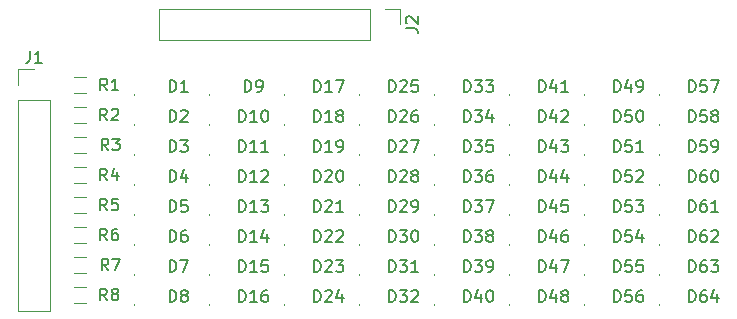
<source format=gbr>
%TF.GenerationSoftware,KiCad,Pcbnew,(5.1.9)-1*%
%TF.CreationDate,2021-06-01T09:40:16-07:00*%
%TF.ProjectId,Reverse_Mount_SMT_LED_PoC,52657665-7273-4655-9f4d-6f756e745f53,rev?*%
%TF.SameCoordinates,Original*%
%TF.FileFunction,Legend,Top*%
%TF.FilePolarity,Positive*%
%FSLAX46Y46*%
G04 Gerber Fmt 4.6, Leading zero omitted, Abs format (unit mm)*
G04 Created by KiCad (PCBNEW (5.1.9)-1) date 2021-06-01 09:40:16*
%MOMM*%
%LPD*%
G01*
G04 APERTURE LIST*
%ADD10C,0.120000*%
%ADD11C,0.150000*%
%ADD12R,1.700000X1.700000*%
%ADD13O,1.700000X1.700000*%
%ADD14R,0.850000X0.400000*%
%ADD15O,2.100000X1.250000*%
%ADD16R,0.500000X0.900000*%
G04 APERTURE END LIST*
D10*
X147860000Y-65920000D02*
X147860000Y-67250000D01*
X146530000Y-65920000D02*
X147860000Y-65920000D01*
X145260000Y-65920000D02*
X145260000Y-68580000D01*
X145260000Y-68580000D02*
X127420000Y-68580000D01*
X145260000Y-65920000D02*
X127420000Y-65920000D01*
X127420000Y-65920000D02*
X127420000Y-68580000D01*
D11*
X125355000Y-75750000D02*
G75*
G03*
X125355000Y-75750000I-20000J0D01*
G01*
X125355000Y-78290000D02*
G75*
G03*
X125355000Y-78290000I-20000J0D01*
G01*
X125355000Y-80830000D02*
G75*
G03*
X125355000Y-80830000I-20000J0D01*
G01*
X125355000Y-83370000D02*
G75*
G03*
X125355000Y-83370000I-20000J0D01*
G01*
X125355000Y-85910000D02*
G75*
G03*
X125355000Y-85910000I-20000J0D01*
G01*
X125355000Y-88450000D02*
G75*
G03*
X125355000Y-88450000I-20000J0D01*
G01*
X125355000Y-90990000D02*
G75*
G03*
X125355000Y-90990000I-20000J0D01*
G01*
X131705000Y-73210000D02*
G75*
G03*
X131705000Y-73210000I-20000J0D01*
G01*
X131705000Y-75750000D02*
G75*
G03*
X131705000Y-75750000I-20000J0D01*
G01*
X131705000Y-78290000D02*
G75*
G03*
X131705000Y-78290000I-20000J0D01*
G01*
X131705000Y-80830000D02*
G75*
G03*
X131705000Y-80830000I-20000J0D01*
G01*
X131705000Y-83370000D02*
G75*
G03*
X131705000Y-83370000I-20000J0D01*
G01*
X131705000Y-85910000D02*
G75*
G03*
X131705000Y-85910000I-20000J0D01*
G01*
X131705000Y-88450000D02*
G75*
G03*
X131705000Y-88450000I-20000J0D01*
G01*
X131705000Y-90990000D02*
G75*
G03*
X131705000Y-90990000I-20000J0D01*
G01*
X138055000Y-73210000D02*
G75*
G03*
X138055000Y-73210000I-20000J0D01*
G01*
X138055000Y-75750000D02*
G75*
G03*
X138055000Y-75750000I-20000J0D01*
G01*
X138055000Y-78290000D02*
G75*
G03*
X138055000Y-78290000I-20000J0D01*
G01*
X138055000Y-80830000D02*
G75*
G03*
X138055000Y-80830000I-20000J0D01*
G01*
X138055000Y-83370000D02*
G75*
G03*
X138055000Y-83370000I-20000J0D01*
G01*
X138055000Y-85910000D02*
G75*
G03*
X138055000Y-85910000I-20000J0D01*
G01*
X138055000Y-88450000D02*
G75*
G03*
X138055000Y-88450000I-20000J0D01*
G01*
X138055000Y-90990000D02*
G75*
G03*
X138055000Y-90990000I-20000J0D01*
G01*
X144405000Y-73210000D02*
G75*
G03*
X144405000Y-73210000I-20000J0D01*
G01*
X144405000Y-75750000D02*
G75*
G03*
X144405000Y-75750000I-20000J0D01*
G01*
X144405000Y-78290000D02*
G75*
G03*
X144405000Y-78290000I-20000J0D01*
G01*
X144405000Y-80830000D02*
G75*
G03*
X144405000Y-80830000I-20000J0D01*
G01*
X144405000Y-83370000D02*
G75*
G03*
X144405000Y-83370000I-20000J0D01*
G01*
X144405000Y-85910000D02*
G75*
G03*
X144405000Y-85910000I-20000J0D01*
G01*
X144405000Y-88450000D02*
G75*
G03*
X144405000Y-88450000I-20000J0D01*
G01*
X144405000Y-90990000D02*
G75*
G03*
X144405000Y-90990000I-20000J0D01*
G01*
X150755000Y-73210000D02*
G75*
G03*
X150755000Y-73210000I-20000J0D01*
G01*
X150755000Y-75750000D02*
G75*
G03*
X150755000Y-75750000I-20000J0D01*
G01*
X150755000Y-78290000D02*
G75*
G03*
X150755000Y-78290000I-20000J0D01*
G01*
X150755000Y-80830000D02*
G75*
G03*
X150755000Y-80830000I-20000J0D01*
G01*
X150755000Y-83370000D02*
G75*
G03*
X150755000Y-83370000I-20000J0D01*
G01*
X150755000Y-85910000D02*
G75*
G03*
X150755000Y-85910000I-20000J0D01*
G01*
X150755000Y-88450000D02*
G75*
G03*
X150755000Y-88450000I-20000J0D01*
G01*
X150755000Y-90985000D02*
G75*
G03*
X150755000Y-90985000I-20000J0D01*
G01*
X157105000Y-73210000D02*
G75*
G03*
X157105000Y-73210000I-20000J0D01*
G01*
X157105000Y-75750000D02*
G75*
G03*
X157105000Y-75750000I-20000J0D01*
G01*
X157105000Y-78290000D02*
G75*
G03*
X157105000Y-78290000I-20000J0D01*
G01*
X157105000Y-80830000D02*
G75*
G03*
X157105000Y-80830000I-20000J0D01*
G01*
X157105000Y-83370000D02*
G75*
G03*
X157105000Y-83370000I-20000J0D01*
G01*
X157105000Y-85910000D02*
G75*
G03*
X157105000Y-85910000I-20000J0D01*
G01*
X157105000Y-88450000D02*
G75*
G03*
X157105000Y-88450000I-20000J0D01*
G01*
X157105000Y-90990000D02*
G75*
G03*
X157105000Y-90990000I-20000J0D01*
G01*
X163455000Y-73210000D02*
G75*
G03*
X163455000Y-73210000I-20000J0D01*
G01*
X163455000Y-75750000D02*
G75*
G03*
X163455000Y-75750000I-20000J0D01*
G01*
X163455000Y-78290000D02*
G75*
G03*
X163455000Y-78290000I-20000J0D01*
G01*
X163455000Y-80830000D02*
G75*
G03*
X163455000Y-80830000I-20000J0D01*
G01*
X163455000Y-83370000D02*
G75*
G03*
X163455000Y-83370000I-20000J0D01*
G01*
X163455000Y-85910000D02*
G75*
G03*
X163455000Y-85910000I-20000J0D01*
G01*
X163455000Y-88450000D02*
G75*
G03*
X163455000Y-88450000I-20000J0D01*
G01*
X163455000Y-90990000D02*
G75*
G03*
X163455000Y-90990000I-20000J0D01*
G01*
X169805000Y-73210000D02*
G75*
G03*
X169805000Y-73210000I-20000J0D01*
G01*
X169805000Y-75750000D02*
G75*
G03*
X169805000Y-75750000I-20000J0D01*
G01*
X169805000Y-78290000D02*
G75*
G03*
X169805000Y-78290000I-20000J0D01*
G01*
X169805000Y-80830000D02*
G75*
G03*
X169805000Y-80830000I-20000J0D01*
G01*
X169805000Y-83365000D02*
G75*
G03*
X169805000Y-83365000I-20000J0D01*
G01*
X169805000Y-85910000D02*
G75*
G03*
X169805000Y-85910000I-20000J0D01*
G01*
X169805000Y-88450000D02*
G75*
G03*
X169805000Y-88450000I-20000J0D01*
G01*
X169805000Y-90990000D02*
G75*
G03*
X169805000Y-90990000I-20000J0D01*
G01*
D10*
X115510000Y-71060000D02*
X116840000Y-71060000D01*
X115510000Y-72390000D02*
X115510000Y-71060000D01*
X115510000Y-73660000D02*
X118170000Y-73660000D01*
X118170000Y-73660000D02*
X118170000Y-91500000D01*
X115510000Y-73660000D02*
X115510000Y-91500000D01*
X115510000Y-91500000D02*
X118170000Y-91500000D01*
X121265000Y-73070000D02*
X120265000Y-73070000D01*
X120265000Y-71710000D02*
X121265000Y-71710000D01*
X121265000Y-75610000D02*
X120265000Y-75610000D01*
X120265000Y-74250000D02*
X121265000Y-74250000D01*
X121265000Y-78150000D02*
X120265000Y-78150000D01*
X120265000Y-76790000D02*
X121265000Y-76790000D01*
X121265000Y-80690000D02*
X120265000Y-80690000D01*
X120265000Y-79330000D02*
X121265000Y-79330000D01*
X121265000Y-83230000D02*
X120265000Y-83230000D01*
X120265000Y-81870000D02*
X121265000Y-81870000D01*
X121265000Y-85770000D02*
X120265000Y-85770000D01*
X120265000Y-84410000D02*
X121265000Y-84410000D01*
X121265000Y-88310000D02*
X120265000Y-88310000D01*
X120265000Y-86950000D02*
X121265000Y-86950000D01*
X121265000Y-90850000D02*
X120265000Y-90850000D01*
X120265000Y-89490000D02*
X121265000Y-89490000D01*
D11*
X125355000Y-73210000D02*
G75*
G03*
X125355000Y-73210000I-20000J0D01*
G01*
X148312380Y-67583333D02*
X149026666Y-67583333D01*
X149169523Y-67630952D01*
X149264761Y-67726190D01*
X149312380Y-67869047D01*
X149312380Y-67964285D01*
X148407619Y-67154761D02*
X148360000Y-67107142D01*
X148312380Y-67011904D01*
X148312380Y-66773809D01*
X148360000Y-66678571D01*
X148407619Y-66630952D01*
X148502857Y-66583333D01*
X148598095Y-66583333D01*
X148740952Y-66630952D01*
X149312380Y-67202380D01*
X149312380Y-66583333D01*
X128316904Y-75512380D02*
X128316904Y-74512380D01*
X128555000Y-74512380D01*
X128697857Y-74560000D01*
X128793095Y-74655238D01*
X128840714Y-74750476D01*
X128888333Y-74940952D01*
X128888333Y-75083809D01*
X128840714Y-75274285D01*
X128793095Y-75369523D01*
X128697857Y-75464761D01*
X128555000Y-75512380D01*
X128316904Y-75512380D01*
X129269285Y-74607619D02*
X129316904Y-74560000D01*
X129412142Y-74512380D01*
X129650238Y-74512380D01*
X129745476Y-74560000D01*
X129793095Y-74607619D01*
X129840714Y-74702857D01*
X129840714Y-74798095D01*
X129793095Y-74940952D01*
X129221666Y-75512380D01*
X129840714Y-75512380D01*
X128316904Y-78052380D02*
X128316904Y-77052380D01*
X128555000Y-77052380D01*
X128697857Y-77100000D01*
X128793095Y-77195238D01*
X128840714Y-77290476D01*
X128888333Y-77480952D01*
X128888333Y-77623809D01*
X128840714Y-77814285D01*
X128793095Y-77909523D01*
X128697857Y-78004761D01*
X128555000Y-78052380D01*
X128316904Y-78052380D01*
X129221666Y-77052380D02*
X129840714Y-77052380D01*
X129507380Y-77433333D01*
X129650238Y-77433333D01*
X129745476Y-77480952D01*
X129793095Y-77528571D01*
X129840714Y-77623809D01*
X129840714Y-77861904D01*
X129793095Y-77957142D01*
X129745476Y-78004761D01*
X129650238Y-78052380D01*
X129364523Y-78052380D01*
X129269285Y-78004761D01*
X129221666Y-77957142D01*
X128316904Y-80592380D02*
X128316904Y-79592380D01*
X128555000Y-79592380D01*
X128697857Y-79640000D01*
X128793095Y-79735238D01*
X128840714Y-79830476D01*
X128888333Y-80020952D01*
X128888333Y-80163809D01*
X128840714Y-80354285D01*
X128793095Y-80449523D01*
X128697857Y-80544761D01*
X128555000Y-80592380D01*
X128316904Y-80592380D01*
X129745476Y-79925714D02*
X129745476Y-80592380D01*
X129507380Y-79544761D02*
X129269285Y-80259047D01*
X129888333Y-80259047D01*
X128316904Y-83132380D02*
X128316904Y-82132380D01*
X128555000Y-82132380D01*
X128697857Y-82180000D01*
X128793095Y-82275238D01*
X128840714Y-82370476D01*
X128888333Y-82560952D01*
X128888333Y-82703809D01*
X128840714Y-82894285D01*
X128793095Y-82989523D01*
X128697857Y-83084761D01*
X128555000Y-83132380D01*
X128316904Y-83132380D01*
X129793095Y-82132380D02*
X129316904Y-82132380D01*
X129269285Y-82608571D01*
X129316904Y-82560952D01*
X129412142Y-82513333D01*
X129650238Y-82513333D01*
X129745476Y-82560952D01*
X129793095Y-82608571D01*
X129840714Y-82703809D01*
X129840714Y-82941904D01*
X129793095Y-83037142D01*
X129745476Y-83084761D01*
X129650238Y-83132380D01*
X129412142Y-83132380D01*
X129316904Y-83084761D01*
X129269285Y-83037142D01*
X128316904Y-85672380D02*
X128316904Y-84672380D01*
X128555000Y-84672380D01*
X128697857Y-84720000D01*
X128793095Y-84815238D01*
X128840714Y-84910476D01*
X128888333Y-85100952D01*
X128888333Y-85243809D01*
X128840714Y-85434285D01*
X128793095Y-85529523D01*
X128697857Y-85624761D01*
X128555000Y-85672380D01*
X128316904Y-85672380D01*
X129745476Y-84672380D02*
X129555000Y-84672380D01*
X129459761Y-84720000D01*
X129412142Y-84767619D01*
X129316904Y-84910476D01*
X129269285Y-85100952D01*
X129269285Y-85481904D01*
X129316904Y-85577142D01*
X129364523Y-85624761D01*
X129459761Y-85672380D01*
X129650238Y-85672380D01*
X129745476Y-85624761D01*
X129793095Y-85577142D01*
X129840714Y-85481904D01*
X129840714Y-85243809D01*
X129793095Y-85148571D01*
X129745476Y-85100952D01*
X129650238Y-85053333D01*
X129459761Y-85053333D01*
X129364523Y-85100952D01*
X129316904Y-85148571D01*
X129269285Y-85243809D01*
X128316904Y-88212380D02*
X128316904Y-87212380D01*
X128555000Y-87212380D01*
X128697857Y-87260000D01*
X128793095Y-87355238D01*
X128840714Y-87450476D01*
X128888333Y-87640952D01*
X128888333Y-87783809D01*
X128840714Y-87974285D01*
X128793095Y-88069523D01*
X128697857Y-88164761D01*
X128555000Y-88212380D01*
X128316904Y-88212380D01*
X129221666Y-87212380D02*
X129888333Y-87212380D01*
X129459761Y-88212380D01*
X128316904Y-90752380D02*
X128316904Y-89752380D01*
X128555000Y-89752380D01*
X128697857Y-89800000D01*
X128793095Y-89895238D01*
X128840714Y-89990476D01*
X128888333Y-90180952D01*
X128888333Y-90323809D01*
X128840714Y-90514285D01*
X128793095Y-90609523D01*
X128697857Y-90704761D01*
X128555000Y-90752380D01*
X128316904Y-90752380D01*
X129459761Y-90180952D02*
X129364523Y-90133333D01*
X129316904Y-90085714D01*
X129269285Y-89990476D01*
X129269285Y-89942857D01*
X129316904Y-89847619D01*
X129364523Y-89800000D01*
X129459761Y-89752380D01*
X129650238Y-89752380D01*
X129745476Y-89800000D01*
X129793095Y-89847619D01*
X129840714Y-89942857D01*
X129840714Y-89990476D01*
X129793095Y-90085714D01*
X129745476Y-90133333D01*
X129650238Y-90180952D01*
X129459761Y-90180952D01*
X129364523Y-90228571D01*
X129316904Y-90276190D01*
X129269285Y-90371428D01*
X129269285Y-90561904D01*
X129316904Y-90657142D01*
X129364523Y-90704761D01*
X129459761Y-90752380D01*
X129650238Y-90752380D01*
X129745476Y-90704761D01*
X129793095Y-90657142D01*
X129840714Y-90561904D01*
X129840714Y-90371428D01*
X129793095Y-90276190D01*
X129745476Y-90228571D01*
X129650238Y-90180952D01*
X134666904Y-72972380D02*
X134666904Y-71972380D01*
X134905000Y-71972380D01*
X135047857Y-72020000D01*
X135143095Y-72115238D01*
X135190714Y-72210476D01*
X135238333Y-72400952D01*
X135238333Y-72543809D01*
X135190714Y-72734285D01*
X135143095Y-72829523D01*
X135047857Y-72924761D01*
X134905000Y-72972380D01*
X134666904Y-72972380D01*
X135714523Y-72972380D02*
X135905000Y-72972380D01*
X136000238Y-72924761D01*
X136047857Y-72877142D01*
X136143095Y-72734285D01*
X136190714Y-72543809D01*
X136190714Y-72162857D01*
X136143095Y-72067619D01*
X136095476Y-72020000D01*
X136000238Y-71972380D01*
X135809761Y-71972380D01*
X135714523Y-72020000D01*
X135666904Y-72067619D01*
X135619285Y-72162857D01*
X135619285Y-72400952D01*
X135666904Y-72496190D01*
X135714523Y-72543809D01*
X135809761Y-72591428D01*
X136000238Y-72591428D01*
X136095476Y-72543809D01*
X136143095Y-72496190D01*
X136190714Y-72400952D01*
X134190714Y-75512380D02*
X134190714Y-74512380D01*
X134428809Y-74512380D01*
X134571666Y-74560000D01*
X134666904Y-74655238D01*
X134714523Y-74750476D01*
X134762142Y-74940952D01*
X134762142Y-75083809D01*
X134714523Y-75274285D01*
X134666904Y-75369523D01*
X134571666Y-75464761D01*
X134428809Y-75512380D01*
X134190714Y-75512380D01*
X135714523Y-75512380D02*
X135143095Y-75512380D01*
X135428809Y-75512380D02*
X135428809Y-74512380D01*
X135333571Y-74655238D01*
X135238333Y-74750476D01*
X135143095Y-74798095D01*
X136333571Y-74512380D02*
X136428809Y-74512380D01*
X136524047Y-74560000D01*
X136571666Y-74607619D01*
X136619285Y-74702857D01*
X136666904Y-74893333D01*
X136666904Y-75131428D01*
X136619285Y-75321904D01*
X136571666Y-75417142D01*
X136524047Y-75464761D01*
X136428809Y-75512380D01*
X136333571Y-75512380D01*
X136238333Y-75464761D01*
X136190714Y-75417142D01*
X136143095Y-75321904D01*
X136095476Y-75131428D01*
X136095476Y-74893333D01*
X136143095Y-74702857D01*
X136190714Y-74607619D01*
X136238333Y-74560000D01*
X136333571Y-74512380D01*
X134190714Y-78052380D02*
X134190714Y-77052380D01*
X134428809Y-77052380D01*
X134571666Y-77100000D01*
X134666904Y-77195238D01*
X134714523Y-77290476D01*
X134762142Y-77480952D01*
X134762142Y-77623809D01*
X134714523Y-77814285D01*
X134666904Y-77909523D01*
X134571666Y-78004761D01*
X134428809Y-78052380D01*
X134190714Y-78052380D01*
X135714523Y-78052380D02*
X135143095Y-78052380D01*
X135428809Y-78052380D02*
X135428809Y-77052380D01*
X135333571Y-77195238D01*
X135238333Y-77290476D01*
X135143095Y-77338095D01*
X136666904Y-78052380D02*
X136095476Y-78052380D01*
X136381190Y-78052380D02*
X136381190Y-77052380D01*
X136285952Y-77195238D01*
X136190714Y-77290476D01*
X136095476Y-77338095D01*
X134190714Y-80592380D02*
X134190714Y-79592380D01*
X134428809Y-79592380D01*
X134571666Y-79640000D01*
X134666904Y-79735238D01*
X134714523Y-79830476D01*
X134762142Y-80020952D01*
X134762142Y-80163809D01*
X134714523Y-80354285D01*
X134666904Y-80449523D01*
X134571666Y-80544761D01*
X134428809Y-80592380D01*
X134190714Y-80592380D01*
X135714523Y-80592380D02*
X135143095Y-80592380D01*
X135428809Y-80592380D02*
X135428809Y-79592380D01*
X135333571Y-79735238D01*
X135238333Y-79830476D01*
X135143095Y-79878095D01*
X136095476Y-79687619D02*
X136143095Y-79640000D01*
X136238333Y-79592380D01*
X136476428Y-79592380D01*
X136571666Y-79640000D01*
X136619285Y-79687619D01*
X136666904Y-79782857D01*
X136666904Y-79878095D01*
X136619285Y-80020952D01*
X136047857Y-80592380D01*
X136666904Y-80592380D01*
X134190714Y-83132380D02*
X134190714Y-82132380D01*
X134428809Y-82132380D01*
X134571666Y-82180000D01*
X134666904Y-82275238D01*
X134714523Y-82370476D01*
X134762142Y-82560952D01*
X134762142Y-82703809D01*
X134714523Y-82894285D01*
X134666904Y-82989523D01*
X134571666Y-83084761D01*
X134428809Y-83132380D01*
X134190714Y-83132380D01*
X135714523Y-83132380D02*
X135143095Y-83132380D01*
X135428809Y-83132380D02*
X135428809Y-82132380D01*
X135333571Y-82275238D01*
X135238333Y-82370476D01*
X135143095Y-82418095D01*
X136047857Y-82132380D02*
X136666904Y-82132380D01*
X136333571Y-82513333D01*
X136476428Y-82513333D01*
X136571666Y-82560952D01*
X136619285Y-82608571D01*
X136666904Y-82703809D01*
X136666904Y-82941904D01*
X136619285Y-83037142D01*
X136571666Y-83084761D01*
X136476428Y-83132380D01*
X136190714Y-83132380D01*
X136095476Y-83084761D01*
X136047857Y-83037142D01*
X134190714Y-85672380D02*
X134190714Y-84672380D01*
X134428809Y-84672380D01*
X134571666Y-84720000D01*
X134666904Y-84815238D01*
X134714523Y-84910476D01*
X134762142Y-85100952D01*
X134762142Y-85243809D01*
X134714523Y-85434285D01*
X134666904Y-85529523D01*
X134571666Y-85624761D01*
X134428809Y-85672380D01*
X134190714Y-85672380D01*
X135714523Y-85672380D02*
X135143095Y-85672380D01*
X135428809Y-85672380D02*
X135428809Y-84672380D01*
X135333571Y-84815238D01*
X135238333Y-84910476D01*
X135143095Y-84958095D01*
X136571666Y-85005714D02*
X136571666Y-85672380D01*
X136333571Y-84624761D02*
X136095476Y-85339047D01*
X136714523Y-85339047D01*
X134190714Y-88212380D02*
X134190714Y-87212380D01*
X134428809Y-87212380D01*
X134571666Y-87260000D01*
X134666904Y-87355238D01*
X134714523Y-87450476D01*
X134762142Y-87640952D01*
X134762142Y-87783809D01*
X134714523Y-87974285D01*
X134666904Y-88069523D01*
X134571666Y-88164761D01*
X134428809Y-88212380D01*
X134190714Y-88212380D01*
X135714523Y-88212380D02*
X135143095Y-88212380D01*
X135428809Y-88212380D02*
X135428809Y-87212380D01*
X135333571Y-87355238D01*
X135238333Y-87450476D01*
X135143095Y-87498095D01*
X136619285Y-87212380D02*
X136143095Y-87212380D01*
X136095476Y-87688571D01*
X136143095Y-87640952D01*
X136238333Y-87593333D01*
X136476428Y-87593333D01*
X136571666Y-87640952D01*
X136619285Y-87688571D01*
X136666904Y-87783809D01*
X136666904Y-88021904D01*
X136619285Y-88117142D01*
X136571666Y-88164761D01*
X136476428Y-88212380D01*
X136238333Y-88212380D01*
X136143095Y-88164761D01*
X136095476Y-88117142D01*
X134190714Y-90752380D02*
X134190714Y-89752380D01*
X134428809Y-89752380D01*
X134571666Y-89800000D01*
X134666904Y-89895238D01*
X134714523Y-89990476D01*
X134762142Y-90180952D01*
X134762142Y-90323809D01*
X134714523Y-90514285D01*
X134666904Y-90609523D01*
X134571666Y-90704761D01*
X134428809Y-90752380D01*
X134190714Y-90752380D01*
X135714523Y-90752380D02*
X135143095Y-90752380D01*
X135428809Y-90752380D02*
X135428809Y-89752380D01*
X135333571Y-89895238D01*
X135238333Y-89990476D01*
X135143095Y-90038095D01*
X136571666Y-89752380D02*
X136381190Y-89752380D01*
X136285952Y-89800000D01*
X136238333Y-89847619D01*
X136143095Y-89990476D01*
X136095476Y-90180952D01*
X136095476Y-90561904D01*
X136143095Y-90657142D01*
X136190714Y-90704761D01*
X136285952Y-90752380D01*
X136476428Y-90752380D01*
X136571666Y-90704761D01*
X136619285Y-90657142D01*
X136666904Y-90561904D01*
X136666904Y-90323809D01*
X136619285Y-90228571D01*
X136571666Y-90180952D01*
X136476428Y-90133333D01*
X136285952Y-90133333D01*
X136190714Y-90180952D01*
X136143095Y-90228571D01*
X136095476Y-90323809D01*
X140540714Y-72972380D02*
X140540714Y-71972380D01*
X140778809Y-71972380D01*
X140921666Y-72020000D01*
X141016904Y-72115238D01*
X141064523Y-72210476D01*
X141112142Y-72400952D01*
X141112142Y-72543809D01*
X141064523Y-72734285D01*
X141016904Y-72829523D01*
X140921666Y-72924761D01*
X140778809Y-72972380D01*
X140540714Y-72972380D01*
X142064523Y-72972380D02*
X141493095Y-72972380D01*
X141778809Y-72972380D02*
X141778809Y-71972380D01*
X141683571Y-72115238D01*
X141588333Y-72210476D01*
X141493095Y-72258095D01*
X142397857Y-71972380D02*
X143064523Y-71972380D01*
X142635952Y-72972380D01*
X140540714Y-75512380D02*
X140540714Y-74512380D01*
X140778809Y-74512380D01*
X140921666Y-74560000D01*
X141016904Y-74655238D01*
X141064523Y-74750476D01*
X141112142Y-74940952D01*
X141112142Y-75083809D01*
X141064523Y-75274285D01*
X141016904Y-75369523D01*
X140921666Y-75464761D01*
X140778809Y-75512380D01*
X140540714Y-75512380D01*
X142064523Y-75512380D02*
X141493095Y-75512380D01*
X141778809Y-75512380D02*
X141778809Y-74512380D01*
X141683571Y-74655238D01*
X141588333Y-74750476D01*
X141493095Y-74798095D01*
X142635952Y-74940952D02*
X142540714Y-74893333D01*
X142493095Y-74845714D01*
X142445476Y-74750476D01*
X142445476Y-74702857D01*
X142493095Y-74607619D01*
X142540714Y-74560000D01*
X142635952Y-74512380D01*
X142826428Y-74512380D01*
X142921666Y-74560000D01*
X142969285Y-74607619D01*
X143016904Y-74702857D01*
X143016904Y-74750476D01*
X142969285Y-74845714D01*
X142921666Y-74893333D01*
X142826428Y-74940952D01*
X142635952Y-74940952D01*
X142540714Y-74988571D01*
X142493095Y-75036190D01*
X142445476Y-75131428D01*
X142445476Y-75321904D01*
X142493095Y-75417142D01*
X142540714Y-75464761D01*
X142635952Y-75512380D01*
X142826428Y-75512380D01*
X142921666Y-75464761D01*
X142969285Y-75417142D01*
X143016904Y-75321904D01*
X143016904Y-75131428D01*
X142969285Y-75036190D01*
X142921666Y-74988571D01*
X142826428Y-74940952D01*
X140540714Y-78052380D02*
X140540714Y-77052380D01*
X140778809Y-77052380D01*
X140921666Y-77100000D01*
X141016904Y-77195238D01*
X141064523Y-77290476D01*
X141112142Y-77480952D01*
X141112142Y-77623809D01*
X141064523Y-77814285D01*
X141016904Y-77909523D01*
X140921666Y-78004761D01*
X140778809Y-78052380D01*
X140540714Y-78052380D01*
X142064523Y-78052380D02*
X141493095Y-78052380D01*
X141778809Y-78052380D02*
X141778809Y-77052380D01*
X141683571Y-77195238D01*
X141588333Y-77290476D01*
X141493095Y-77338095D01*
X142540714Y-78052380D02*
X142731190Y-78052380D01*
X142826428Y-78004761D01*
X142874047Y-77957142D01*
X142969285Y-77814285D01*
X143016904Y-77623809D01*
X143016904Y-77242857D01*
X142969285Y-77147619D01*
X142921666Y-77100000D01*
X142826428Y-77052380D01*
X142635952Y-77052380D01*
X142540714Y-77100000D01*
X142493095Y-77147619D01*
X142445476Y-77242857D01*
X142445476Y-77480952D01*
X142493095Y-77576190D01*
X142540714Y-77623809D01*
X142635952Y-77671428D01*
X142826428Y-77671428D01*
X142921666Y-77623809D01*
X142969285Y-77576190D01*
X143016904Y-77480952D01*
X140540714Y-80592380D02*
X140540714Y-79592380D01*
X140778809Y-79592380D01*
X140921666Y-79640000D01*
X141016904Y-79735238D01*
X141064523Y-79830476D01*
X141112142Y-80020952D01*
X141112142Y-80163809D01*
X141064523Y-80354285D01*
X141016904Y-80449523D01*
X140921666Y-80544761D01*
X140778809Y-80592380D01*
X140540714Y-80592380D01*
X141493095Y-79687619D02*
X141540714Y-79640000D01*
X141635952Y-79592380D01*
X141874047Y-79592380D01*
X141969285Y-79640000D01*
X142016904Y-79687619D01*
X142064523Y-79782857D01*
X142064523Y-79878095D01*
X142016904Y-80020952D01*
X141445476Y-80592380D01*
X142064523Y-80592380D01*
X142683571Y-79592380D02*
X142778809Y-79592380D01*
X142874047Y-79640000D01*
X142921666Y-79687619D01*
X142969285Y-79782857D01*
X143016904Y-79973333D01*
X143016904Y-80211428D01*
X142969285Y-80401904D01*
X142921666Y-80497142D01*
X142874047Y-80544761D01*
X142778809Y-80592380D01*
X142683571Y-80592380D01*
X142588333Y-80544761D01*
X142540714Y-80497142D01*
X142493095Y-80401904D01*
X142445476Y-80211428D01*
X142445476Y-79973333D01*
X142493095Y-79782857D01*
X142540714Y-79687619D01*
X142588333Y-79640000D01*
X142683571Y-79592380D01*
X140540714Y-83132380D02*
X140540714Y-82132380D01*
X140778809Y-82132380D01*
X140921666Y-82180000D01*
X141016904Y-82275238D01*
X141064523Y-82370476D01*
X141112142Y-82560952D01*
X141112142Y-82703809D01*
X141064523Y-82894285D01*
X141016904Y-82989523D01*
X140921666Y-83084761D01*
X140778809Y-83132380D01*
X140540714Y-83132380D01*
X141493095Y-82227619D02*
X141540714Y-82180000D01*
X141635952Y-82132380D01*
X141874047Y-82132380D01*
X141969285Y-82180000D01*
X142016904Y-82227619D01*
X142064523Y-82322857D01*
X142064523Y-82418095D01*
X142016904Y-82560952D01*
X141445476Y-83132380D01*
X142064523Y-83132380D01*
X143016904Y-83132380D02*
X142445476Y-83132380D01*
X142731190Y-83132380D02*
X142731190Y-82132380D01*
X142635952Y-82275238D01*
X142540714Y-82370476D01*
X142445476Y-82418095D01*
X140540714Y-85672380D02*
X140540714Y-84672380D01*
X140778809Y-84672380D01*
X140921666Y-84720000D01*
X141016904Y-84815238D01*
X141064523Y-84910476D01*
X141112142Y-85100952D01*
X141112142Y-85243809D01*
X141064523Y-85434285D01*
X141016904Y-85529523D01*
X140921666Y-85624761D01*
X140778809Y-85672380D01*
X140540714Y-85672380D01*
X141493095Y-84767619D02*
X141540714Y-84720000D01*
X141635952Y-84672380D01*
X141874047Y-84672380D01*
X141969285Y-84720000D01*
X142016904Y-84767619D01*
X142064523Y-84862857D01*
X142064523Y-84958095D01*
X142016904Y-85100952D01*
X141445476Y-85672380D01*
X142064523Y-85672380D01*
X142445476Y-84767619D02*
X142493095Y-84720000D01*
X142588333Y-84672380D01*
X142826428Y-84672380D01*
X142921666Y-84720000D01*
X142969285Y-84767619D01*
X143016904Y-84862857D01*
X143016904Y-84958095D01*
X142969285Y-85100952D01*
X142397857Y-85672380D01*
X143016904Y-85672380D01*
X140540714Y-88212380D02*
X140540714Y-87212380D01*
X140778809Y-87212380D01*
X140921666Y-87260000D01*
X141016904Y-87355238D01*
X141064523Y-87450476D01*
X141112142Y-87640952D01*
X141112142Y-87783809D01*
X141064523Y-87974285D01*
X141016904Y-88069523D01*
X140921666Y-88164761D01*
X140778809Y-88212380D01*
X140540714Y-88212380D01*
X141493095Y-87307619D02*
X141540714Y-87260000D01*
X141635952Y-87212380D01*
X141874047Y-87212380D01*
X141969285Y-87260000D01*
X142016904Y-87307619D01*
X142064523Y-87402857D01*
X142064523Y-87498095D01*
X142016904Y-87640952D01*
X141445476Y-88212380D01*
X142064523Y-88212380D01*
X142397857Y-87212380D02*
X143016904Y-87212380D01*
X142683571Y-87593333D01*
X142826428Y-87593333D01*
X142921666Y-87640952D01*
X142969285Y-87688571D01*
X143016904Y-87783809D01*
X143016904Y-88021904D01*
X142969285Y-88117142D01*
X142921666Y-88164761D01*
X142826428Y-88212380D01*
X142540714Y-88212380D01*
X142445476Y-88164761D01*
X142397857Y-88117142D01*
X140540714Y-90752380D02*
X140540714Y-89752380D01*
X140778809Y-89752380D01*
X140921666Y-89800000D01*
X141016904Y-89895238D01*
X141064523Y-89990476D01*
X141112142Y-90180952D01*
X141112142Y-90323809D01*
X141064523Y-90514285D01*
X141016904Y-90609523D01*
X140921666Y-90704761D01*
X140778809Y-90752380D01*
X140540714Y-90752380D01*
X141493095Y-89847619D02*
X141540714Y-89800000D01*
X141635952Y-89752380D01*
X141874047Y-89752380D01*
X141969285Y-89800000D01*
X142016904Y-89847619D01*
X142064523Y-89942857D01*
X142064523Y-90038095D01*
X142016904Y-90180952D01*
X141445476Y-90752380D01*
X142064523Y-90752380D01*
X142921666Y-90085714D02*
X142921666Y-90752380D01*
X142683571Y-89704761D02*
X142445476Y-90419047D01*
X143064523Y-90419047D01*
X146890714Y-72972380D02*
X146890714Y-71972380D01*
X147128809Y-71972380D01*
X147271666Y-72020000D01*
X147366904Y-72115238D01*
X147414523Y-72210476D01*
X147462142Y-72400952D01*
X147462142Y-72543809D01*
X147414523Y-72734285D01*
X147366904Y-72829523D01*
X147271666Y-72924761D01*
X147128809Y-72972380D01*
X146890714Y-72972380D01*
X147843095Y-72067619D02*
X147890714Y-72020000D01*
X147985952Y-71972380D01*
X148224047Y-71972380D01*
X148319285Y-72020000D01*
X148366904Y-72067619D01*
X148414523Y-72162857D01*
X148414523Y-72258095D01*
X148366904Y-72400952D01*
X147795476Y-72972380D01*
X148414523Y-72972380D01*
X149319285Y-71972380D02*
X148843095Y-71972380D01*
X148795476Y-72448571D01*
X148843095Y-72400952D01*
X148938333Y-72353333D01*
X149176428Y-72353333D01*
X149271666Y-72400952D01*
X149319285Y-72448571D01*
X149366904Y-72543809D01*
X149366904Y-72781904D01*
X149319285Y-72877142D01*
X149271666Y-72924761D01*
X149176428Y-72972380D01*
X148938333Y-72972380D01*
X148843095Y-72924761D01*
X148795476Y-72877142D01*
X146890714Y-75512380D02*
X146890714Y-74512380D01*
X147128809Y-74512380D01*
X147271666Y-74560000D01*
X147366904Y-74655238D01*
X147414523Y-74750476D01*
X147462142Y-74940952D01*
X147462142Y-75083809D01*
X147414523Y-75274285D01*
X147366904Y-75369523D01*
X147271666Y-75464761D01*
X147128809Y-75512380D01*
X146890714Y-75512380D01*
X147843095Y-74607619D02*
X147890714Y-74560000D01*
X147985952Y-74512380D01*
X148224047Y-74512380D01*
X148319285Y-74560000D01*
X148366904Y-74607619D01*
X148414523Y-74702857D01*
X148414523Y-74798095D01*
X148366904Y-74940952D01*
X147795476Y-75512380D01*
X148414523Y-75512380D01*
X149271666Y-74512380D02*
X149081190Y-74512380D01*
X148985952Y-74560000D01*
X148938333Y-74607619D01*
X148843095Y-74750476D01*
X148795476Y-74940952D01*
X148795476Y-75321904D01*
X148843095Y-75417142D01*
X148890714Y-75464761D01*
X148985952Y-75512380D01*
X149176428Y-75512380D01*
X149271666Y-75464761D01*
X149319285Y-75417142D01*
X149366904Y-75321904D01*
X149366904Y-75083809D01*
X149319285Y-74988571D01*
X149271666Y-74940952D01*
X149176428Y-74893333D01*
X148985952Y-74893333D01*
X148890714Y-74940952D01*
X148843095Y-74988571D01*
X148795476Y-75083809D01*
X146890714Y-78052380D02*
X146890714Y-77052380D01*
X147128809Y-77052380D01*
X147271666Y-77100000D01*
X147366904Y-77195238D01*
X147414523Y-77290476D01*
X147462142Y-77480952D01*
X147462142Y-77623809D01*
X147414523Y-77814285D01*
X147366904Y-77909523D01*
X147271666Y-78004761D01*
X147128809Y-78052380D01*
X146890714Y-78052380D01*
X147843095Y-77147619D02*
X147890714Y-77100000D01*
X147985952Y-77052380D01*
X148224047Y-77052380D01*
X148319285Y-77100000D01*
X148366904Y-77147619D01*
X148414523Y-77242857D01*
X148414523Y-77338095D01*
X148366904Y-77480952D01*
X147795476Y-78052380D01*
X148414523Y-78052380D01*
X148747857Y-77052380D02*
X149414523Y-77052380D01*
X148985952Y-78052380D01*
X146890714Y-80592380D02*
X146890714Y-79592380D01*
X147128809Y-79592380D01*
X147271666Y-79640000D01*
X147366904Y-79735238D01*
X147414523Y-79830476D01*
X147462142Y-80020952D01*
X147462142Y-80163809D01*
X147414523Y-80354285D01*
X147366904Y-80449523D01*
X147271666Y-80544761D01*
X147128809Y-80592380D01*
X146890714Y-80592380D01*
X147843095Y-79687619D02*
X147890714Y-79640000D01*
X147985952Y-79592380D01*
X148224047Y-79592380D01*
X148319285Y-79640000D01*
X148366904Y-79687619D01*
X148414523Y-79782857D01*
X148414523Y-79878095D01*
X148366904Y-80020952D01*
X147795476Y-80592380D01*
X148414523Y-80592380D01*
X148985952Y-80020952D02*
X148890714Y-79973333D01*
X148843095Y-79925714D01*
X148795476Y-79830476D01*
X148795476Y-79782857D01*
X148843095Y-79687619D01*
X148890714Y-79640000D01*
X148985952Y-79592380D01*
X149176428Y-79592380D01*
X149271666Y-79640000D01*
X149319285Y-79687619D01*
X149366904Y-79782857D01*
X149366904Y-79830476D01*
X149319285Y-79925714D01*
X149271666Y-79973333D01*
X149176428Y-80020952D01*
X148985952Y-80020952D01*
X148890714Y-80068571D01*
X148843095Y-80116190D01*
X148795476Y-80211428D01*
X148795476Y-80401904D01*
X148843095Y-80497142D01*
X148890714Y-80544761D01*
X148985952Y-80592380D01*
X149176428Y-80592380D01*
X149271666Y-80544761D01*
X149319285Y-80497142D01*
X149366904Y-80401904D01*
X149366904Y-80211428D01*
X149319285Y-80116190D01*
X149271666Y-80068571D01*
X149176428Y-80020952D01*
X146890714Y-83132380D02*
X146890714Y-82132380D01*
X147128809Y-82132380D01*
X147271666Y-82180000D01*
X147366904Y-82275238D01*
X147414523Y-82370476D01*
X147462142Y-82560952D01*
X147462142Y-82703809D01*
X147414523Y-82894285D01*
X147366904Y-82989523D01*
X147271666Y-83084761D01*
X147128809Y-83132380D01*
X146890714Y-83132380D01*
X147843095Y-82227619D02*
X147890714Y-82180000D01*
X147985952Y-82132380D01*
X148224047Y-82132380D01*
X148319285Y-82180000D01*
X148366904Y-82227619D01*
X148414523Y-82322857D01*
X148414523Y-82418095D01*
X148366904Y-82560952D01*
X147795476Y-83132380D01*
X148414523Y-83132380D01*
X148890714Y-83132380D02*
X149081190Y-83132380D01*
X149176428Y-83084761D01*
X149224047Y-83037142D01*
X149319285Y-82894285D01*
X149366904Y-82703809D01*
X149366904Y-82322857D01*
X149319285Y-82227619D01*
X149271666Y-82180000D01*
X149176428Y-82132380D01*
X148985952Y-82132380D01*
X148890714Y-82180000D01*
X148843095Y-82227619D01*
X148795476Y-82322857D01*
X148795476Y-82560952D01*
X148843095Y-82656190D01*
X148890714Y-82703809D01*
X148985952Y-82751428D01*
X149176428Y-82751428D01*
X149271666Y-82703809D01*
X149319285Y-82656190D01*
X149366904Y-82560952D01*
X146890714Y-85672380D02*
X146890714Y-84672380D01*
X147128809Y-84672380D01*
X147271666Y-84720000D01*
X147366904Y-84815238D01*
X147414523Y-84910476D01*
X147462142Y-85100952D01*
X147462142Y-85243809D01*
X147414523Y-85434285D01*
X147366904Y-85529523D01*
X147271666Y-85624761D01*
X147128809Y-85672380D01*
X146890714Y-85672380D01*
X147795476Y-84672380D02*
X148414523Y-84672380D01*
X148081190Y-85053333D01*
X148224047Y-85053333D01*
X148319285Y-85100952D01*
X148366904Y-85148571D01*
X148414523Y-85243809D01*
X148414523Y-85481904D01*
X148366904Y-85577142D01*
X148319285Y-85624761D01*
X148224047Y-85672380D01*
X147938333Y-85672380D01*
X147843095Y-85624761D01*
X147795476Y-85577142D01*
X149033571Y-84672380D02*
X149128809Y-84672380D01*
X149224047Y-84720000D01*
X149271666Y-84767619D01*
X149319285Y-84862857D01*
X149366904Y-85053333D01*
X149366904Y-85291428D01*
X149319285Y-85481904D01*
X149271666Y-85577142D01*
X149224047Y-85624761D01*
X149128809Y-85672380D01*
X149033571Y-85672380D01*
X148938333Y-85624761D01*
X148890714Y-85577142D01*
X148843095Y-85481904D01*
X148795476Y-85291428D01*
X148795476Y-85053333D01*
X148843095Y-84862857D01*
X148890714Y-84767619D01*
X148938333Y-84720000D01*
X149033571Y-84672380D01*
X146890714Y-88212380D02*
X146890714Y-87212380D01*
X147128809Y-87212380D01*
X147271666Y-87260000D01*
X147366904Y-87355238D01*
X147414523Y-87450476D01*
X147462142Y-87640952D01*
X147462142Y-87783809D01*
X147414523Y-87974285D01*
X147366904Y-88069523D01*
X147271666Y-88164761D01*
X147128809Y-88212380D01*
X146890714Y-88212380D01*
X147795476Y-87212380D02*
X148414523Y-87212380D01*
X148081190Y-87593333D01*
X148224047Y-87593333D01*
X148319285Y-87640952D01*
X148366904Y-87688571D01*
X148414523Y-87783809D01*
X148414523Y-88021904D01*
X148366904Y-88117142D01*
X148319285Y-88164761D01*
X148224047Y-88212380D01*
X147938333Y-88212380D01*
X147843095Y-88164761D01*
X147795476Y-88117142D01*
X149366904Y-88212380D02*
X148795476Y-88212380D01*
X149081190Y-88212380D02*
X149081190Y-87212380D01*
X148985952Y-87355238D01*
X148890714Y-87450476D01*
X148795476Y-87498095D01*
X146890714Y-90752380D02*
X146890714Y-89752380D01*
X147128809Y-89752380D01*
X147271666Y-89800000D01*
X147366904Y-89895238D01*
X147414523Y-89990476D01*
X147462142Y-90180952D01*
X147462142Y-90323809D01*
X147414523Y-90514285D01*
X147366904Y-90609523D01*
X147271666Y-90704761D01*
X147128809Y-90752380D01*
X146890714Y-90752380D01*
X147795476Y-89752380D02*
X148414523Y-89752380D01*
X148081190Y-90133333D01*
X148224047Y-90133333D01*
X148319285Y-90180952D01*
X148366904Y-90228571D01*
X148414523Y-90323809D01*
X148414523Y-90561904D01*
X148366904Y-90657142D01*
X148319285Y-90704761D01*
X148224047Y-90752380D01*
X147938333Y-90752380D01*
X147843095Y-90704761D01*
X147795476Y-90657142D01*
X148795476Y-89847619D02*
X148843095Y-89800000D01*
X148938333Y-89752380D01*
X149176428Y-89752380D01*
X149271666Y-89800000D01*
X149319285Y-89847619D01*
X149366904Y-89942857D01*
X149366904Y-90038095D01*
X149319285Y-90180952D01*
X148747857Y-90752380D01*
X149366904Y-90752380D01*
X153240714Y-72972380D02*
X153240714Y-71972380D01*
X153478809Y-71972380D01*
X153621666Y-72020000D01*
X153716904Y-72115238D01*
X153764523Y-72210476D01*
X153812142Y-72400952D01*
X153812142Y-72543809D01*
X153764523Y-72734285D01*
X153716904Y-72829523D01*
X153621666Y-72924761D01*
X153478809Y-72972380D01*
X153240714Y-72972380D01*
X154145476Y-71972380D02*
X154764523Y-71972380D01*
X154431190Y-72353333D01*
X154574047Y-72353333D01*
X154669285Y-72400952D01*
X154716904Y-72448571D01*
X154764523Y-72543809D01*
X154764523Y-72781904D01*
X154716904Y-72877142D01*
X154669285Y-72924761D01*
X154574047Y-72972380D01*
X154288333Y-72972380D01*
X154193095Y-72924761D01*
X154145476Y-72877142D01*
X155097857Y-71972380D02*
X155716904Y-71972380D01*
X155383571Y-72353333D01*
X155526428Y-72353333D01*
X155621666Y-72400952D01*
X155669285Y-72448571D01*
X155716904Y-72543809D01*
X155716904Y-72781904D01*
X155669285Y-72877142D01*
X155621666Y-72924761D01*
X155526428Y-72972380D01*
X155240714Y-72972380D01*
X155145476Y-72924761D01*
X155097857Y-72877142D01*
X153240714Y-75512380D02*
X153240714Y-74512380D01*
X153478809Y-74512380D01*
X153621666Y-74560000D01*
X153716904Y-74655238D01*
X153764523Y-74750476D01*
X153812142Y-74940952D01*
X153812142Y-75083809D01*
X153764523Y-75274285D01*
X153716904Y-75369523D01*
X153621666Y-75464761D01*
X153478809Y-75512380D01*
X153240714Y-75512380D01*
X154145476Y-74512380D02*
X154764523Y-74512380D01*
X154431190Y-74893333D01*
X154574047Y-74893333D01*
X154669285Y-74940952D01*
X154716904Y-74988571D01*
X154764523Y-75083809D01*
X154764523Y-75321904D01*
X154716904Y-75417142D01*
X154669285Y-75464761D01*
X154574047Y-75512380D01*
X154288333Y-75512380D01*
X154193095Y-75464761D01*
X154145476Y-75417142D01*
X155621666Y-74845714D02*
X155621666Y-75512380D01*
X155383571Y-74464761D02*
X155145476Y-75179047D01*
X155764523Y-75179047D01*
X153240714Y-78052380D02*
X153240714Y-77052380D01*
X153478809Y-77052380D01*
X153621666Y-77100000D01*
X153716904Y-77195238D01*
X153764523Y-77290476D01*
X153812142Y-77480952D01*
X153812142Y-77623809D01*
X153764523Y-77814285D01*
X153716904Y-77909523D01*
X153621666Y-78004761D01*
X153478809Y-78052380D01*
X153240714Y-78052380D01*
X154145476Y-77052380D02*
X154764523Y-77052380D01*
X154431190Y-77433333D01*
X154574047Y-77433333D01*
X154669285Y-77480952D01*
X154716904Y-77528571D01*
X154764523Y-77623809D01*
X154764523Y-77861904D01*
X154716904Y-77957142D01*
X154669285Y-78004761D01*
X154574047Y-78052380D01*
X154288333Y-78052380D01*
X154193095Y-78004761D01*
X154145476Y-77957142D01*
X155669285Y-77052380D02*
X155193095Y-77052380D01*
X155145476Y-77528571D01*
X155193095Y-77480952D01*
X155288333Y-77433333D01*
X155526428Y-77433333D01*
X155621666Y-77480952D01*
X155669285Y-77528571D01*
X155716904Y-77623809D01*
X155716904Y-77861904D01*
X155669285Y-77957142D01*
X155621666Y-78004761D01*
X155526428Y-78052380D01*
X155288333Y-78052380D01*
X155193095Y-78004761D01*
X155145476Y-77957142D01*
X153240714Y-80592380D02*
X153240714Y-79592380D01*
X153478809Y-79592380D01*
X153621666Y-79640000D01*
X153716904Y-79735238D01*
X153764523Y-79830476D01*
X153812142Y-80020952D01*
X153812142Y-80163809D01*
X153764523Y-80354285D01*
X153716904Y-80449523D01*
X153621666Y-80544761D01*
X153478809Y-80592380D01*
X153240714Y-80592380D01*
X154145476Y-79592380D02*
X154764523Y-79592380D01*
X154431190Y-79973333D01*
X154574047Y-79973333D01*
X154669285Y-80020952D01*
X154716904Y-80068571D01*
X154764523Y-80163809D01*
X154764523Y-80401904D01*
X154716904Y-80497142D01*
X154669285Y-80544761D01*
X154574047Y-80592380D01*
X154288333Y-80592380D01*
X154193095Y-80544761D01*
X154145476Y-80497142D01*
X155621666Y-79592380D02*
X155431190Y-79592380D01*
X155335952Y-79640000D01*
X155288333Y-79687619D01*
X155193095Y-79830476D01*
X155145476Y-80020952D01*
X155145476Y-80401904D01*
X155193095Y-80497142D01*
X155240714Y-80544761D01*
X155335952Y-80592380D01*
X155526428Y-80592380D01*
X155621666Y-80544761D01*
X155669285Y-80497142D01*
X155716904Y-80401904D01*
X155716904Y-80163809D01*
X155669285Y-80068571D01*
X155621666Y-80020952D01*
X155526428Y-79973333D01*
X155335952Y-79973333D01*
X155240714Y-80020952D01*
X155193095Y-80068571D01*
X155145476Y-80163809D01*
X153240714Y-83132380D02*
X153240714Y-82132380D01*
X153478809Y-82132380D01*
X153621666Y-82180000D01*
X153716904Y-82275238D01*
X153764523Y-82370476D01*
X153812142Y-82560952D01*
X153812142Y-82703809D01*
X153764523Y-82894285D01*
X153716904Y-82989523D01*
X153621666Y-83084761D01*
X153478809Y-83132380D01*
X153240714Y-83132380D01*
X154145476Y-82132380D02*
X154764523Y-82132380D01*
X154431190Y-82513333D01*
X154574047Y-82513333D01*
X154669285Y-82560952D01*
X154716904Y-82608571D01*
X154764523Y-82703809D01*
X154764523Y-82941904D01*
X154716904Y-83037142D01*
X154669285Y-83084761D01*
X154574047Y-83132380D01*
X154288333Y-83132380D01*
X154193095Y-83084761D01*
X154145476Y-83037142D01*
X155097857Y-82132380D02*
X155764523Y-82132380D01*
X155335952Y-83132380D01*
X153240714Y-85672380D02*
X153240714Y-84672380D01*
X153478809Y-84672380D01*
X153621666Y-84720000D01*
X153716904Y-84815238D01*
X153764523Y-84910476D01*
X153812142Y-85100952D01*
X153812142Y-85243809D01*
X153764523Y-85434285D01*
X153716904Y-85529523D01*
X153621666Y-85624761D01*
X153478809Y-85672380D01*
X153240714Y-85672380D01*
X154145476Y-84672380D02*
X154764523Y-84672380D01*
X154431190Y-85053333D01*
X154574047Y-85053333D01*
X154669285Y-85100952D01*
X154716904Y-85148571D01*
X154764523Y-85243809D01*
X154764523Y-85481904D01*
X154716904Y-85577142D01*
X154669285Y-85624761D01*
X154574047Y-85672380D01*
X154288333Y-85672380D01*
X154193095Y-85624761D01*
X154145476Y-85577142D01*
X155335952Y-85100952D02*
X155240714Y-85053333D01*
X155193095Y-85005714D01*
X155145476Y-84910476D01*
X155145476Y-84862857D01*
X155193095Y-84767619D01*
X155240714Y-84720000D01*
X155335952Y-84672380D01*
X155526428Y-84672380D01*
X155621666Y-84720000D01*
X155669285Y-84767619D01*
X155716904Y-84862857D01*
X155716904Y-84910476D01*
X155669285Y-85005714D01*
X155621666Y-85053333D01*
X155526428Y-85100952D01*
X155335952Y-85100952D01*
X155240714Y-85148571D01*
X155193095Y-85196190D01*
X155145476Y-85291428D01*
X155145476Y-85481904D01*
X155193095Y-85577142D01*
X155240714Y-85624761D01*
X155335952Y-85672380D01*
X155526428Y-85672380D01*
X155621666Y-85624761D01*
X155669285Y-85577142D01*
X155716904Y-85481904D01*
X155716904Y-85291428D01*
X155669285Y-85196190D01*
X155621666Y-85148571D01*
X155526428Y-85100952D01*
X153240714Y-88212380D02*
X153240714Y-87212380D01*
X153478809Y-87212380D01*
X153621666Y-87260000D01*
X153716904Y-87355238D01*
X153764523Y-87450476D01*
X153812142Y-87640952D01*
X153812142Y-87783809D01*
X153764523Y-87974285D01*
X153716904Y-88069523D01*
X153621666Y-88164761D01*
X153478809Y-88212380D01*
X153240714Y-88212380D01*
X154145476Y-87212380D02*
X154764523Y-87212380D01*
X154431190Y-87593333D01*
X154574047Y-87593333D01*
X154669285Y-87640952D01*
X154716904Y-87688571D01*
X154764523Y-87783809D01*
X154764523Y-88021904D01*
X154716904Y-88117142D01*
X154669285Y-88164761D01*
X154574047Y-88212380D01*
X154288333Y-88212380D01*
X154193095Y-88164761D01*
X154145476Y-88117142D01*
X155240714Y-88212380D02*
X155431190Y-88212380D01*
X155526428Y-88164761D01*
X155574047Y-88117142D01*
X155669285Y-87974285D01*
X155716904Y-87783809D01*
X155716904Y-87402857D01*
X155669285Y-87307619D01*
X155621666Y-87260000D01*
X155526428Y-87212380D01*
X155335952Y-87212380D01*
X155240714Y-87260000D01*
X155193095Y-87307619D01*
X155145476Y-87402857D01*
X155145476Y-87640952D01*
X155193095Y-87736190D01*
X155240714Y-87783809D01*
X155335952Y-87831428D01*
X155526428Y-87831428D01*
X155621666Y-87783809D01*
X155669285Y-87736190D01*
X155716904Y-87640952D01*
X153240714Y-90747380D02*
X153240714Y-89747380D01*
X153478809Y-89747380D01*
X153621666Y-89795000D01*
X153716904Y-89890238D01*
X153764523Y-89985476D01*
X153812142Y-90175952D01*
X153812142Y-90318809D01*
X153764523Y-90509285D01*
X153716904Y-90604523D01*
X153621666Y-90699761D01*
X153478809Y-90747380D01*
X153240714Y-90747380D01*
X154669285Y-90080714D02*
X154669285Y-90747380D01*
X154431190Y-89699761D02*
X154193095Y-90414047D01*
X154812142Y-90414047D01*
X155383571Y-89747380D02*
X155478809Y-89747380D01*
X155574047Y-89795000D01*
X155621666Y-89842619D01*
X155669285Y-89937857D01*
X155716904Y-90128333D01*
X155716904Y-90366428D01*
X155669285Y-90556904D01*
X155621666Y-90652142D01*
X155574047Y-90699761D01*
X155478809Y-90747380D01*
X155383571Y-90747380D01*
X155288333Y-90699761D01*
X155240714Y-90652142D01*
X155193095Y-90556904D01*
X155145476Y-90366428D01*
X155145476Y-90128333D01*
X155193095Y-89937857D01*
X155240714Y-89842619D01*
X155288333Y-89795000D01*
X155383571Y-89747380D01*
X159590714Y-72972380D02*
X159590714Y-71972380D01*
X159828809Y-71972380D01*
X159971666Y-72020000D01*
X160066904Y-72115238D01*
X160114523Y-72210476D01*
X160162142Y-72400952D01*
X160162142Y-72543809D01*
X160114523Y-72734285D01*
X160066904Y-72829523D01*
X159971666Y-72924761D01*
X159828809Y-72972380D01*
X159590714Y-72972380D01*
X161019285Y-72305714D02*
X161019285Y-72972380D01*
X160781190Y-71924761D02*
X160543095Y-72639047D01*
X161162142Y-72639047D01*
X162066904Y-72972380D02*
X161495476Y-72972380D01*
X161781190Y-72972380D02*
X161781190Y-71972380D01*
X161685952Y-72115238D01*
X161590714Y-72210476D01*
X161495476Y-72258095D01*
X159590714Y-75512380D02*
X159590714Y-74512380D01*
X159828809Y-74512380D01*
X159971666Y-74560000D01*
X160066904Y-74655238D01*
X160114523Y-74750476D01*
X160162142Y-74940952D01*
X160162142Y-75083809D01*
X160114523Y-75274285D01*
X160066904Y-75369523D01*
X159971666Y-75464761D01*
X159828809Y-75512380D01*
X159590714Y-75512380D01*
X161019285Y-74845714D02*
X161019285Y-75512380D01*
X160781190Y-74464761D02*
X160543095Y-75179047D01*
X161162142Y-75179047D01*
X161495476Y-74607619D02*
X161543095Y-74560000D01*
X161638333Y-74512380D01*
X161876428Y-74512380D01*
X161971666Y-74560000D01*
X162019285Y-74607619D01*
X162066904Y-74702857D01*
X162066904Y-74798095D01*
X162019285Y-74940952D01*
X161447857Y-75512380D01*
X162066904Y-75512380D01*
X159590714Y-78052380D02*
X159590714Y-77052380D01*
X159828809Y-77052380D01*
X159971666Y-77100000D01*
X160066904Y-77195238D01*
X160114523Y-77290476D01*
X160162142Y-77480952D01*
X160162142Y-77623809D01*
X160114523Y-77814285D01*
X160066904Y-77909523D01*
X159971666Y-78004761D01*
X159828809Y-78052380D01*
X159590714Y-78052380D01*
X161019285Y-77385714D02*
X161019285Y-78052380D01*
X160781190Y-77004761D02*
X160543095Y-77719047D01*
X161162142Y-77719047D01*
X161447857Y-77052380D02*
X162066904Y-77052380D01*
X161733571Y-77433333D01*
X161876428Y-77433333D01*
X161971666Y-77480952D01*
X162019285Y-77528571D01*
X162066904Y-77623809D01*
X162066904Y-77861904D01*
X162019285Y-77957142D01*
X161971666Y-78004761D01*
X161876428Y-78052380D01*
X161590714Y-78052380D01*
X161495476Y-78004761D01*
X161447857Y-77957142D01*
X159590714Y-80592380D02*
X159590714Y-79592380D01*
X159828809Y-79592380D01*
X159971666Y-79640000D01*
X160066904Y-79735238D01*
X160114523Y-79830476D01*
X160162142Y-80020952D01*
X160162142Y-80163809D01*
X160114523Y-80354285D01*
X160066904Y-80449523D01*
X159971666Y-80544761D01*
X159828809Y-80592380D01*
X159590714Y-80592380D01*
X161019285Y-79925714D02*
X161019285Y-80592380D01*
X160781190Y-79544761D02*
X160543095Y-80259047D01*
X161162142Y-80259047D01*
X161971666Y-79925714D02*
X161971666Y-80592380D01*
X161733571Y-79544761D02*
X161495476Y-80259047D01*
X162114523Y-80259047D01*
X159590714Y-83132380D02*
X159590714Y-82132380D01*
X159828809Y-82132380D01*
X159971666Y-82180000D01*
X160066904Y-82275238D01*
X160114523Y-82370476D01*
X160162142Y-82560952D01*
X160162142Y-82703809D01*
X160114523Y-82894285D01*
X160066904Y-82989523D01*
X159971666Y-83084761D01*
X159828809Y-83132380D01*
X159590714Y-83132380D01*
X161019285Y-82465714D02*
X161019285Y-83132380D01*
X160781190Y-82084761D02*
X160543095Y-82799047D01*
X161162142Y-82799047D01*
X162019285Y-82132380D02*
X161543095Y-82132380D01*
X161495476Y-82608571D01*
X161543095Y-82560952D01*
X161638333Y-82513333D01*
X161876428Y-82513333D01*
X161971666Y-82560952D01*
X162019285Y-82608571D01*
X162066904Y-82703809D01*
X162066904Y-82941904D01*
X162019285Y-83037142D01*
X161971666Y-83084761D01*
X161876428Y-83132380D01*
X161638333Y-83132380D01*
X161543095Y-83084761D01*
X161495476Y-83037142D01*
X159590714Y-85672380D02*
X159590714Y-84672380D01*
X159828809Y-84672380D01*
X159971666Y-84720000D01*
X160066904Y-84815238D01*
X160114523Y-84910476D01*
X160162142Y-85100952D01*
X160162142Y-85243809D01*
X160114523Y-85434285D01*
X160066904Y-85529523D01*
X159971666Y-85624761D01*
X159828809Y-85672380D01*
X159590714Y-85672380D01*
X161019285Y-85005714D02*
X161019285Y-85672380D01*
X160781190Y-84624761D02*
X160543095Y-85339047D01*
X161162142Y-85339047D01*
X161971666Y-84672380D02*
X161781190Y-84672380D01*
X161685952Y-84720000D01*
X161638333Y-84767619D01*
X161543095Y-84910476D01*
X161495476Y-85100952D01*
X161495476Y-85481904D01*
X161543095Y-85577142D01*
X161590714Y-85624761D01*
X161685952Y-85672380D01*
X161876428Y-85672380D01*
X161971666Y-85624761D01*
X162019285Y-85577142D01*
X162066904Y-85481904D01*
X162066904Y-85243809D01*
X162019285Y-85148571D01*
X161971666Y-85100952D01*
X161876428Y-85053333D01*
X161685952Y-85053333D01*
X161590714Y-85100952D01*
X161543095Y-85148571D01*
X161495476Y-85243809D01*
X159590714Y-88212380D02*
X159590714Y-87212380D01*
X159828809Y-87212380D01*
X159971666Y-87260000D01*
X160066904Y-87355238D01*
X160114523Y-87450476D01*
X160162142Y-87640952D01*
X160162142Y-87783809D01*
X160114523Y-87974285D01*
X160066904Y-88069523D01*
X159971666Y-88164761D01*
X159828809Y-88212380D01*
X159590714Y-88212380D01*
X161019285Y-87545714D02*
X161019285Y-88212380D01*
X160781190Y-87164761D02*
X160543095Y-87879047D01*
X161162142Y-87879047D01*
X161447857Y-87212380D02*
X162114523Y-87212380D01*
X161685952Y-88212380D01*
X159590714Y-90752380D02*
X159590714Y-89752380D01*
X159828809Y-89752380D01*
X159971666Y-89800000D01*
X160066904Y-89895238D01*
X160114523Y-89990476D01*
X160162142Y-90180952D01*
X160162142Y-90323809D01*
X160114523Y-90514285D01*
X160066904Y-90609523D01*
X159971666Y-90704761D01*
X159828809Y-90752380D01*
X159590714Y-90752380D01*
X161019285Y-90085714D02*
X161019285Y-90752380D01*
X160781190Y-89704761D02*
X160543095Y-90419047D01*
X161162142Y-90419047D01*
X161685952Y-90180952D02*
X161590714Y-90133333D01*
X161543095Y-90085714D01*
X161495476Y-89990476D01*
X161495476Y-89942857D01*
X161543095Y-89847619D01*
X161590714Y-89800000D01*
X161685952Y-89752380D01*
X161876428Y-89752380D01*
X161971666Y-89800000D01*
X162019285Y-89847619D01*
X162066904Y-89942857D01*
X162066904Y-89990476D01*
X162019285Y-90085714D01*
X161971666Y-90133333D01*
X161876428Y-90180952D01*
X161685952Y-90180952D01*
X161590714Y-90228571D01*
X161543095Y-90276190D01*
X161495476Y-90371428D01*
X161495476Y-90561904D01*
X161543095Y-90657142D01*
X161590714Y-90704761D01*
X161685952Y-90752380D01*
X161876428Y-90752380D01*
X161971666Y-90704761D01*
X162019285Y-90657142D01*
X162066904Y-90561904D01*
X162066904Y-90371428D01*
X162019285Y-90276190D01*
X161971666Y-90228571D01*
X161876428Y-90180952D01*
X165940714Y-72972380D02*
X165940714Y-71972380D01*
X166178809Y-71972380D01*
X166321666Y-72020000D01*
X166416904Y-72115238D01*
X166464523Y-72210476D01*
X166512142Y-72400952D01*
X166512142Y-72543809D01*
X166464523Y-72734285D01*
X166416904Y-72829523D01*
X166321666Y-72924761D01*
X166178809Y-72972380D01*
X165940714Y-72972380D01*
X167369285Y-72305714D02*
X167369285Y-72972380D01*
X167131190Y-71924761D02*
X166893095Y-72639047D01*
X167512142Y-72639047D01*
X167940714Y-72972380D02*
X168131190Y-72972380D01*
X168226428Y-72924761D01*
X168274047Y-72877142D01*
X168369285Y-72734285D01*
X168416904Y-72543809D01*
X168416904Y-72162857D01*
X168369285Y-72067619D01*
X168321666Y-72020000D01*
X168226428Y-71972380D01*
X168035952Y-71972380D01*
X167940714Y-72020000D01*
X167893095Y-72067619D01*
X167845476Y-72162857D01*
X167845476Y-72400952D01*
X167893095Y-72496190D01*
X167940714Y-72543809D01*
X168035952Y-72591428D01*
X168226428Y-72591428D01*
X168321666Y-72543809D01*
X168369285Y-72496190D01*
X168416904Y-72400952D01*
X165940714Y-75512380D02*
X165940714Y-74512380D01*
X166178809Y-74512380D01*
X166321666Y-74560000D01*
X166416904Y-74655238D01*
X166464523Y-74750476D01*
X166512142Y-74940952D01*
X166512142Y-75083809D01*
X166464523Y-75274285D01*
X166416904Y-75369523D01*
X166321666Y-75464761D01*
X166178809Y-75512380D01*
X165940714Y-75512380D01*
X167416904Y-74512380D02*
X166940714Y-74512380D01*
X166893095Y-74988571D01*
X166940714Y-74940952D01*
X167035952Y-74893333D01*
X167274047Y-74893333D01*
X167369285Y-74940952D01*
X167416904Y-74988571D01*
X167464523Y-75083809D01*
X167464523Y-75321904D01*
X167416904Y-75417142D01*
X167369285Y-75464761D01*
X167274047Y-75512380D01*
X167035952Y-75512380D01*
X166940714Y-75464761D01*
X166893095Y-75417142D01*
X168083571Y-74512380D02*
X168178809Y-74512380D01*
X168274047Y-74560000D01*
X168321666Y-74607619D01*
X168369285Y-74702857D01*
X168416904Y-74893333D01*
X168416904Y-75131428D01*
X168369285Y-75321904D01*
X168321666Y-75417142D01*
X168274047Y-75464761D01*
X168178809Y-75512380D01*
X168083571Y-75512380D01*
X167988333Y-75464761D01*
X167940714Y-75417142D01*
X167893095Y-75321904D01*
X167845476Y-75131428D01*
X167845476Y-74893333D01*
X167893095Y-74702857D01*
X167940714Y-74607619D01*
X167988333Y-74560000D01*
X168083571Y-74512380D01*
X165940714Y-78052380D02*
X165940714Y-77052380D01*
X166178809Y-77052380D01*
X166321666Y-77100000D01*
X166416904Y-77195238D01*
X166464523Y-77290476D01*
X166512142Y-77480952D01*
X166512142Y-77623809D01*
X166464523Y-77814285D01*
X166416904Y-77909523D01*
X166321666Y-78004761D01*
X166178809Y-78052380D01*
X165940714Y-78052380D01*
X167416904Y-77052380D02*
X166940714Y-77052380D01*
X166893095Y-77528571D01*
X166940714Y-77480952D01*
X167035952Y-77433333D01*
X167274047Y-77433333D01*
X167369285Y-77480952D01*
X167416904Y-77528571D01*
X167464523Y-77623809D01*
X167464523Y-77861904D01*
X167416904Y-77957142D01*
X167369285Y-78004761D01*
X167274047Y-78052380D01*
X167035952Y-78052380D01*
X166940714Y-78004761D01*
X166893095Y-77957142D01*
X168416904Y-78052380D02*
X167845476Y-78052380D01*
X168131190Y-78052380D02*
X168131190Y-77052380D01*
X168035952Y-77195238D01*
X167940714Y-77290476D01*
X167845476Y-77338095D01*
X165940714Y-80592380D02*
X165940714Y-79592380D01*
X166178809Y-79592380D01*
X166321666Y-79640000D01*
X166416904Y-79735238D01*
X166464523Y-79830476D01*
X166512142Y-80020952D01*
X166512142Y-80163809D01*
X166464523Y-80354285D01*
X166416904Y-80449523D01*
X166321666Y-80544761D01*
X166178809Y-80592380D01*
X165940714Y-80592380D01*
X167416904Y-79592380D02*
X166940714Y-79592380D01*
X166893095Y-80068571D01*
X166940714Y-80020952D01*
X167035952Y-79973333D01*
X167274047Y-79973333D01*
X167369285Y-80020952D01*
X167416904Y-80068571D01*
X167464523Y-80163809D01*
X167464523Y-80401904D01*
X167416904Y-80497142D01*
X167369285Y-80544761D01*
X167274047Y-80592380D01*
X167035952Y-80592380D01*
X166940714Y-80544761D01*
X166893095Y-80497142D01*
X167845476Y-79687619D02*
X167893095Y-79640000D01*
X167988333Y-79592380D01*
X168226428Y-79592380D01*
X168321666Y-79640000D01*
X168369285Y-79687619D01*
X168416904Y-79782857D01*
X168416904Y-79878095D01*
X168369285Y-80020952D01*
X167797857Y-80592380D01*
X168416904Y-80592380D01*
X165940714Y-83132380D02*
X165940714Y-82132380D01*
X166178809Y-82132380D01*
X166321666Y-82180000D01*
X166416904Y-82275238D01*
X166464523Y-82370476D01*
X166512142Y-82560952D01*
X166512142Y-82703809D01*
X166464523Y-82894285D01*
X166416904Y-82989523D01*
X166321666Y-83084761D01*
X166178809Y-83132380D01*
X165940714Y-83132380D01*
X167416904Y-82132380D02*
X166940714Y-82132380D01*
X166893095Y-82608571D01*
X166940714Y-82560952D01*
X167035952Y-82513333D01*
X167274047Y-82513333D01*
X167369285Y-82560952D01*
X167416904Y-82608571D01*
X167464523Y-82703809D01*
X167464523Y-82941904D01*
X167416904Y-83037142D01*
X167369285Y-83084761D01*
X167274047Y-83132380D01*
X167035952Y-83132380D01*
X166940714Y-83084761D01*
X166893095Y-83037142D01*
X167797857Y-82132380D02*
X168416904Y-82132380D01*
X168083571Y-82513333D01*
X168226428Y-82513333D01*
X168321666Y-82560952D01*
X168369285Y-82608571D01*
X168416904Y-82703809D01*
X168416904Y-82941904D01*
X168369285Y-83037142D01*
X168321666Y-83084761D01*
X168226428Y-83132380D01*
X167940714Y-83132380D01*
X167845476Y-83084761D01*
X167797857Y-83037142D01*
X165940714Y-85672380D02*
X165940714Y-84672380D01*
X166178809Y-84672380D01*
X166321666Y-84720000D01*
X166416904Y-84815238D01*
X166464523Y-84910476D01*
X166512142Y-85100952D01*
X166512142Y-85243809D01*
X166464523Y-85434285D01*
X166416904Y-85529523D01*
X166321666Y-85624761D01*
X166178809Y-85672380D01*
X165940714Y-85672380D01*
X167416904Y-84672380D02*
X166940714Y-84672380D01*
X166893095Y-85148571D01*
X166940714Y-85100952D01*
X167035952Y-85053333D01*
X167274047Y-85053333D01*
X167369285Y-85100952D01*
X167416904Y-85148571D01*
X167464523Y-85243809D01*
X167464523Y-85481904D01*
X167416904Y-85577142D01*
X167369285Y-85624761D01*
X167274047Y-85672380D01*
X167035952Y-85672380D01*
X166940714Y-85624761D01*
X166893095Y-85577142D01*
X168321666Y-85005714D02*
X168321666Y-85672380D01*
X168083571Y-84624761D02*
X167845476Y-85339047D01*
X168464523Y-85339047D01*
X165940714Y-88212380D02*
X165940714Y-87212380D01*
X166178809Y-87212380D01*
X166321666Y-87260000D01*
X166416904Y-87355238D01*
X166464523Y-87450476D01*
X166512142Y-87640952D01*
X166512142Y-87783809D01*
X166464523Y-87974285D01*
X166416904Y-88069523D01*
X166321666Y-88164761D01*
X166178809Y-88212380D01*
X165940714Y-88212380D01*
X167416904Y-87212380D02*
X166940714Y-87212380D01*
X166893095Y-87688571D01*
X166940714Y-87640952D01*
X167035952Y-87593333D01*
X167274047Y-87593333D01*
X167369285Y-87640952D01*
X167416904Y-87688571D01*
X167464523Y-87783809D01*
X167464523Y-88021904D01*
X167416904Y-88117142D01*
X167369285Y-88164761D01*
X167274047Y-88212380D01*
X167035952Y-88212380D01*
X166940714Y-88164761D01*
X166893095Y-88117142D01*
X168369285Y-87212380D02*
X167893095Y-87212380D01*
X167845476Y-87688571D01*
X167893095Y-87640952D01*
X167988333Y-87593333D01*
X168226428Y-87593333D01*
X168321666Y-87640952D01*
X168369285Y-87688571D01*
X168416904Y-87783809D01*
X168416904Y-88021904D01*
X168369285Y-88117142D01*
X168321666Y-88164761D01*
X168226428Y-88212380D01*
X167988333Y-88212380D01*
X167893095Y-88164761D01*
X167845476Y-88117142D01*
X165940714Y-90752380D02*
X165940714Y-89752380D01*
X166178809Y-89752380D01*
X166321666Y-89800000D01*
X166416904Y-89895238D01*
X166464523Y-89990476D01*
X166512142Y-90180952D01*
X166512142Y-90323809D01*
X166464523Y-90514285D01*
X166416904Y-90609523D01*
X166321666Y-90704761D01*
X166178809Y-90752380D01*
X165940714Y-90752380D01*
X167416904Y-89752380D02*
X166940714Y-89752380D01*
X166893095Y-90228571D01*
X166940714Y-90180952D01*
X167035952Y-90133333D01*
X167274047Y-90133333D01*
X167369285Y-90180952D01*
X167416904Y-90228571D01*
X167464523Y-90323809D01*
X167464523Y-90561904D01*
X167416904Y-90657142D01*
X167369285Y-90704761D01*
X167274047Y-90752380D01*
X167035952Y-90752380D01*
X166940714Y-90704761D01*
X166893095Y-90657142D01*
X168321666Y-89752380D02*
X168131190Y-89752380D01*
X168035952Y-89800000D01*
X167988333Y-89847619D01*
X167893095Y-89990476D01*
X167845476Y-90180952D01*
X167845476Y-90561904D01*
X167893095Y-90657142D01*
X167940714Y-90704761D01*
X168035952Y-90752380D01*
X168226428Y-90752380D01*
X168321666Y-90704761D01*
X168369285Y-90657142D01*
X168416904Y-90561904D01*
X168416904Y-90323809D01*
X168369285Y-90228571D01*
X168321666Y-90180952D01*
X168226428Y-90133333D01*
X168035952Y-90133333D01*
X167940714Y-90180952D01*
X167893095Y-90228571D01*
X167845476Y-90323809D01*
X172290714Y-72972380D02*
X172290714Y-71972380D01*
X172528809Y-71972380D01*
X172671666Y-72020000D01*
X172766904Y-72115238D01*
X172814523Y-72210476D01*
X172862142Y-72400952D01*
X172862142Y-72543809D01*
X172814523Y-72734285D01*
X172766904Y-72829523D01*
X172671666Y-72924761D01*
X172528809Y-72972380D01*
X172290714Y-72972380D01*
X173766904Y-71972380D02*
X173290714Y-71972380D01*
X173243095Y-72448571D01*
X173290714Y-72400952D01*
X173385952Y-72353333D01*
X173624047Y-72353333D01*
X173719285Y-72400952D01*
X173766904Y-72448571D01*
X173814523Y-72543809D01*
X173814523Y-72781904D01*
X173766904Y-72877142D01*
X173719285Y-72924761D01*
X173624047Y-72972380D01*
X173385952Y-72972380D01*
X173290714Y-72924761D01*
X173243095Y-72877142D01*
X174147857Y-71972380D02*
X174814523Y-71972380D01*
X174385952Y-72972380D01*
X172290714Y-75512380D02*
X172290714Y-74512380D01*
X172528809Y-74512380D01*
X172671666Y-74560000D01*
X172766904Y-74655238D01*
X172814523Y-74750476D01*
X172862142Y-74940952D01*
X172862142Y-75083809D01*
X172814523Y-75274285D01*
X172766904Y-75369523D01*
X172671666Y-75464761D01*
X172528809Y-75512380D01*
X172290714Y-75512380D01*
X173766904Y-74512380D02*
X173290714Y-74512380D01*
X173243095Y-74988571D01*
X173290714Y-74940952D01*
X173385952Y-74893333D01*
X173624047Y-74893333D01*
X173719285Y-74940952D01*
X173766904Y-74988571D01*
X173814523Y-75083809D01*
X173814523Y-75321904D01*
X173766904Y-75417142D01*
X173719285Y-75464761D01*
X173624047Y-75512380D01*
X173385952Y-75512380D01*
X173290714Y-75464761D01*
X173243095Y-75417142D01*
X174385952Y-74940952D02*
X174290714Y-74893333D01*
X174243095Y-74845714D01*
X174195476Y-74750476D01*
X174195476Y-74702857D01*
X174243095Y-74607619D01*
X174290714Y-74560000D01*
X174385952Y-74512380D01*
X174576428Y-74512380D01*
X174671666Y-74560000D01*
X174719285Y-74607619D01*
X174766904Y-74702857D01*
X174766904Y-74750476D01*
X174719285Y-74845714D01*
X174671666Y-74893333D01*
X174576428Y-74940952D01*
X174385952Y-74940952D01*
X174290714Y-74988571D01*
X174243095Y-75036190D01*
X174195476Y-75131428D01*
X174195476Y-75321904D01*
X174243095Y-75417142D01*
X174290714Y-75464761D01*
X174385952Y-75512380D01*
X174576428Y-75512380D01*
X174671666Y-75464761D01*
X174719285Y-75417142D01*
X174766904Y-75321904D01*
X174766904Y-75131428D01*
X174719285Y-75036190D01*
X174671666Y-74988571D01*
X174576428Y-74940952D01*
X172290714Y-78052380D02*
X172290714Y-77052380D01*
X172528809Y-77052380D01*
X172671666Y-77100000D01*
X172766904Y-77195238D01*
X172814523Y-77290476D01*
X172862142Y-77480952D01*
X172862142Y-77623809D01*
X172814523Y-77814285D01*
X172766904Y-77909523D01*
X172671666Y-78004761D01*
X172528809Y-78052380D01*
X172290714Y-78052380D01*
X173766904Y-77052380D02*
X173290714Y-77052380D01*
X173243095Y-77528571D01*
X173290714Y-77480952D01*
X173385952Y-77433333D01*
X173624047Y-77433333D01*
X173719285Y-77480952D01*
X173766904Y-77528571D01*
X173814523Y-77623809D01*
X173814523Y-77861904D01*
X173766904Y-77957142D01*
X173719285Y-78004761D01*
X173624047Y-78052380D01*
X173385952Y-78052380D01*
X173290714Y-78004761D01*
X173243095Y-77957142D01*
X174290714Y-78052380D02*
X174481190Y-78052380D01*
X174576428Y-78004761D01*
X174624047Y-77957142D01*
X174719285Y-77814285D01*
X174766904Y-77623809D01*
X174766904Y-77242857D01*
X174719285Y-77147619D01*
X174671666Y-77100000D01*
X174576428Y-77052380D01*
X174385952Y-77052380D01*
X174290714Y-77100000D01*
X174243095Y-77147619D01*
X174195476Y-77242857D01*
X174195476Y-77480952D01*
X174243095Y-77576190D01*
X174290714Y-77623809D01*
X174385952Y-77671428D01*
X174576428Y-77671428D01*
X174671666Y-77623809D01*
X174719285Y-77576190D01*
X174766904Y-77480952D01*
X172290714Y-80592380D02*
X172290714Y-79592380D01*
X172528809Y-79592380D01*
X172671666Y-79640000D01*
X172766904Y-79735238D01*
X172814523Y-79830476D01*
X172862142Y-80020952D01*
X172862142Y-80163809D01*
X172814523Y-80354285D01*
X172766904Y-80449523D01*
X172671666Y-80544761D01*
X172528809Y-80592380D01*
X172290714Y-80592380D01*
X173719285Y-79592380D02*
X173528809Y-79592380D01*
X173433571Y-79640000D01*
X173385952Y-79687619D01*
X173290714Y-79830476D01*
X173243095Y-80020952D01*
X173243095Y-80401904D01*
X173290714Y-80497142D01*
X173338333Y-80544761D01*
X173433571Y-80592380D01*
X173624047Y-80592380D01*
X173719285Y-80544761D01*
X173766904Y-80497142D01*
X173814523Y-80401904D01*
X173814523Y-80163809D01*
X173766904Y-80068571D01*
X173719285Y-80020952D01*
X173624047Y-79973333D01*
X173433571Y-79973333D01*
X173338333Y-80020952D01*
X173290714Y-80068571D01*
X173243095Y-80163809D01*
X174433571Y-79592380D02*
X174528809Y-79592380D01*
X174624047Y-79640000D01*
X174671666Y-79687619D01*
X174719285Y-79782857D01*
X174766904Y-79973333D01*
X174766904Y-80211428D01*
X174719285Y-80401904D01*
X174671666Y-80497142D01*
X174624047Y-80544761D01*
X174528809Y-80592380D01*
X174433571Y-80592380D01*
X174338333Y-80544761D01*
X174290714Y-80497142D01*
X174243095Y-80401904D01*
X174195476Y-80211428D01*
X174195476Y-79973333D01*
X174243095Y-79782857D01*
X174290714Y-79687619D01*
X174338333Y-79640000D01*
X174433571Y-79592380D01*
X172290714Y-83127380D02*
X172290714Y-82127380D01*
X172528809Y-82127380D01*
X172671666Y-82175000D01*
X172766904Y-82270238D01*
X172814523Y-82365476D01*
X172862142Y-82555952D01*
X172862142Y-82698809D01*
X172814523Y-82889285D01*
X172766904Y-82984523D01*
X172671666Y-83079761D01*
X172528809Y-83127380D01*
X172290714Y-83127380D01*
X173719285Y-82127380D02*
X173528809Y-82127380D01*
X173433571Y-82175000D01*
X173385952Y-82222619D01*
X173290714Y-82365476D01*
X173243095Y-82555952D01*
X173243095Y-82936904D01*
X173290714Y-83032142D01*
X173338333Y-83079761D01*
X173433571Y-83127380D01*
X173624047Y-83127380D01*
X173719285Y-83079761D01*
X173766904Y-83032142D01*
X173814523Y-82936904D01*
X173814523Y-82698809D01*
X173766904Y-82603571D01*
X173719285Y-82555952D01*
X173624047Y-82508333D01*
X173433571Y-82508333D01*
X173338333Y-82555952D01*
X173290714Y-82603571D01*
X173243095Y-82698809D01*
X174766904Y-83127380D02*
X174195476Y-83127380D01*
X174481190Y-83127380D02*
X174481190Y-82127380D01*
X174385952Y-82270238D01*
X174290714Y-82365476D01*
X174195476Y-82413095D01*
X172290714Y-85672380D02*
X172290714Y-84672380D01*
X172528809Y-84672380D01*
X172671666Y-84720000D01*
X172766904Y-84815238D01*
X172814523Y-84910476D01*
X172862142Y-85100952D01*
X172862142Y-85243809D01*
X172814523Y-85434285D01*
X172766904Y-85529523D01*
X172671666Y-85624761D01*
X172528809Y-85672380D01*
X172290714Y-85672380D01*
X173719285Y-84672380D02*
X173528809Y-84672380D01*
X173433571Y-84720000D01*
X173385952Y-84767619D01*
X173290714Y-84910476D01*
X173243095Y-85100952D01*
X173243095Y-85481904D01*
X173290714Y-85577142D01*
X173338333Y-85624761D01*
X173433571Y-85672380D01*
X173624047Y-85672380D01*
X173719285Y-85624761D01*
X173766904Y-85577142D01*
X173814523Y-85481904D01*
X173814523Y-85243809D01*
X173766904Y-85148571D01*
X173719285Y-85100952D01*
X173624047Y-85053333D01*
X173433571Y-85053333D01*
X173338333Y-85100952D01*
X173290714Y-85148571D01*
X173243095Y-85243809D01*
X174195476Y-84767619D02*
X174243095Y-84720000D01*
X174338333Y-84672380D01*
X174576428Y-84672380D01*
X174671666Y-84720000D01*
X174719285Y-84767619D01*
X174766904Y-84862857D01*
X174766904Y-84958095D01*
X174719285Y-85100952D01*
X174147857Y-85672380D01*
X174766904Y-85672380D01*
X172290714Y-88212380D02*
X172290714Y-87212380D01*
X172528809Y-87212380D01*
X172671666Y-87260000D01*
X172766904Y-87355238D01*
X172814523Y-87450476D01*
X172862142Y-87640952D01*
X172862142Y-87783809D01*
X172814523Y-87974285D01*
X172766904Y-88069523D01*
X172671666Y-88164761D01*
X172528809Y-88212380D01*
X172290714Y-88212380D01*
X173719285Y-87212380D02*
X173528809Y-87212380D01*
X173433571Y-87260000D01*
X173385952Y-87307619D01*
X173290714Y-87450476D01*
X173243095Y-87640952D01*
X173243095Y-88021904D01*
X173290714Y-88117142D01*
X173338333Y-88164761D01*
X173433571Y-88212380D01*
X173624047Y-88212380D01*
X173719285Y-88164761D01*
X173766904Y-88117142D01*
X173814523Y-88021904D01*
X173814523Y-87783809D01*
X173766904Y-87688571D01*
X173719285Y-87640952D01*
X173624047Y-87593333D01*
X173433571Y-87593333D01*
X173338333Y-87640952D01*
X173290714Y-87688571D01*
X173243095Y-87783809D01*
X174147857Y-87212380D02*
X174766904Y-87212380D01*
X174433571Y-87593333D01*
X174576428Y-87593333D01*
X174671666Y-87640952D01*
X174719285Y-87688571D01*
X174766904Y-87783809D01*
X174766904Y-88021904D01*
X174719285Y-88117142D01*
X174671666Y-88164761D01*
X174576428Y-88212380D01*
X174290714Y-88212380D01*
X174195476Y-88164761D01*
X174147857Y-88117142D01*
X172290714Y-90752380D02*
X172290714Y-89752380D01*
X172528809Y-89752380D01*
X172671666Y-89800000D01*
X172766904Y-89895238D01*
X172814523Y-89990476D01*
X172862142Y-90180952D01*
X172862142Y-90323809D01*
X172814523Y-90514285D01*
X172766904Y-90609523D01*
X172671666Y-90704761D01*
X172528809Y-90752380D01*
X172290714Y-90752380D01*
X173719285Y-89752380D02*
X173528809Y-89752380D01*
X173433571Y-89800000D01*
X173385952Y-89847619D01*
X173290714Y-89990476D01*
X173243095Y-90180952D01*
X173243095Y-90561904D01*
X173290714Y-90657142D01*
X173338333Y-90704761D01*
X173433571Y-90752380D01*
X173624047Y-90752380D01*
X173719285Y-90704761D01*
X173766904Y-90657142D01*
X173814523Y-90561904D01*
X173814523Y-90323809D01*
X173766904Y-90228571D01*
X173719285Y-90180952D01*
X173624047Y-90133333D01*
X173433571Y-90133333D01*
X173338333Y-90180952D01*
X173290714Y-90228571D01*
X173243095Y-90323809D01*
X174671666Y-90085714D02*
X174671666Y-90752380D01*
X174433571Y-89704761D02*
X174195476Y-90419047D01*
X174814523Y-90419047D01*
X116506666Y-69512380D02*
X116506666Y-70226666D01*
X116459047Y-70369523D01*
X116363809Y-70464761D01*
X116220952Y-70512380D01*
X116125714Y-70512380D01*
X117506666Y-70512380D02*
X116935238Y-70512380D01*
X117220952Y-70512380D02*
X117220952Y-69512380D01*
X117125714Y-69655238D01*
X117030476Y-69750476D01*
X116935238Y-69798095D01*
X123033333Y-72852380D02*
X122700000Y-72376190D01*
X122461904Y-72852380D02*
X122461904Y-71852380D01*
X122842857Y-71852380D01*
X122938095Y-71900000D01*
X122985714Y-71947619D01*
X123033333Y-72042857D01*
X123033333Y-72185714D01*
X122985714Y-72280952D01*
X122938095Y-72328571D01*
X122842857Y-72376190D01*
X122461904Y-72376190D01*
X123985714Y-72852380D02*
X123414285Y-72852380D01*
X123700000Y-72852380D02*
X123700000Y-71852380D01*
X123604761Y-71995238D01*
X123509523Y-72090476D01*
X123414285Y-72138095D01*
X123023333Y-75382380D02*
X122690000Y-74906190D01*
X122451904Y-75382380D02*
X122451904Y-74382380D01*
X122832857Y-74382380D01*
X122928095Y-74430000D01*
X122975714Y-74477619D01*
X123023333Y-74572857D01*
X123023333Y-74715714D01*
X122975714Y-74810952D01*
X122928095Y-74858571D01*
X122832857Y-74906190D01*
X122451904Y-74906190D01*
X123404285Y-74477619D02*
X123451904Y-74430000D01*
X123547142Y-74382380D01*
X123785238Y-74382380D01*
X123880476Y-74430000D01*
X123928095Y-74477619D01*
X123975714Y-74572857D01*
X123975714Y-74668095D01*
X123928095Y-74810952D01*
X123356666Y-75382380D01*
X123975714Y-75382380D01*
X123138333Y-77922380D02*
X122805000Y-77446190D01*
X122566904Y-77922380D02*
X122566904Y-76922380D01*
X122947857Y-76922380D01*
X123043095Y-76970000D01*
X123090714Y-77017619D01*
X123138333Y-77112857D01*
X123138333Y-77255714D01*
X123090714Y-77350952D01*
X123043095Y-77398571D01*
X122947857Y-77446190D01*
X122566904Y-77446190D01*
X123471666Y-76922380D02*
X124090714Y-76922380D01*
X123757380Y-77303333D01*
X123900238Y-77303333D01*
X123995476Y-77350952D01*
X124043095Y-77398571D01*
X124090714Y-77493809D01*
X124090714Y-77731904D01*
X124043095Y-77827142D01*
X123995476Y-77874761D01*
X123900238Y-77922380D01*
X123614523Y-77922380D01*
X123519285Y-77874761D01*
X123471666Y-77827142D01*
X123023333Y-80462380D02*
X122690000Y-79986190D01*
X122451904Y-80462380D02*
X122451904Y-79462380D01*
X122832857Y-79462380D01*
X122928095Y-79510000D01*
X122975714Y-79557619D01*
X123023333Y-79652857D01*
X123023333Y-79795714D01*
X122975714Y-79890952D01*
X122928095Y-79938571D01*
X122832857Y-79986190D01*
X122451904Y-79986190D01*
X123880476Y-79795714D02*
X123880476Y-80462380D01*
X123642380Y-79414761D02*
X123404285Y-80129047D01*
X124023333Y-80129047D01*
X123023333Y-83002380D02*
X122690000Y-82526190D01*
X122451904Y-83002380D02*
X122451904Y-82002380D01*
X122832857Y-82002380D01*
X122928095Y-82050000D01*
X122975714Y-82097619D01*
X123023333Y-82192857D01*
X123023333Y-82335714D01*
X122975714Y-82430952D01*
X122928095Y-82478571D01*
X122832857Y-82526190D01*
X122451904Y-82526190D01*
X123928095Y-82002380D02*
X123451904Y-82002380D01*
X123404285Y-82478571D01*
X123451904Y-82430952D01*
X123547142Y-82383333D01*
X123785238Y-82383333D01*
X123880476Y-82430952D01*
X123928095Y-82478571D01*
X123975714Y-82573809D01*
X123975714Y-82811904D01*
X123928095Y-82907142D01*
X123880476Y-82954761D01*
X123785238Y-83002380D01*
X123547142Y-83002380D01*
X123451904Y-82954761D01*
X123404285Y-82907142D01*
X123023333Y-85542380D02*
X122690000Y-85066190D01*
X122451904Y-85542380D02*
X122451904Y-84542380D01*
X122832857Y-84542380D01*
X122928095Y-84590000D01*
X122975714Y-84637619D01*
X123023333Y-84732857D01*
X123023333Y-84875714D01*
X122975714Y-84970952D01*
X122928095Y-85018571D01*
X122832857Y-85066190D01*
X122451904Y-85066190D01*
X123880476Y-84542380D02*
X123690000Y-84542380D01*
X123594761Y-84590000D01*
X123547142Y-84637619D01*
X123451904Y-84780476D01*
X123404285Y-84970952D01*
X123404285Y-85351904D01*
X123451904Y-85447142D01*
X123499523Y-85494761D01*
X123594761Y-85542380D01*
X123785238Y-85542380D01*
X123880476Y-85494761D01*
X123928095Y-85447142D01*
X123975714Y-85351904D01*
X123975714Y-85113809D01*
X123928095Y-85018571D01*
X123880476Y-84970952D01*
X123785238Y-84923333D01*
X123594761Y-84923333D01*
X123499523Y-84970952D01*
X123451904Y-85018571D01*
X123404285Y-85113809D01*
X123138333Y-88082380D02*
X122805000Y-87606190D01*
X122566904Y-88082380D02*
X122566904Y-87082380D01*
X122947857Y-87082380D01*
X123043095Y-87130000D01*
X123090714Y-87177619D01*
X123138333Y-87272857D01*
X123138333Y-87415714D01*
X123090714Y-87510952D01*
X123043095Y-87558571D01*
X122947857Y-87606190D01*
X122566904Y-87606190D01*
X123471666Y-87082380D02*
X124138333Y-87082380D01*
X123709761Y-88082380D01*
X123023333Y-90622380D02*
X122690000Y-90146190D01*
X122451904Y-90622380D02*
X122451904Y-89622380D01*
X122832857Y-89622380D01*
X122928095Y-89670000D01*
X122975714Y-89717619D01*
X123023333Y-89812857D01*
X123023333Y-89955714D01*
X122975714Y-90050952D01*
X122928095Y-90098571D01*
X122832857Y-90146190D01*
X122451904Y-90146190D01*
X123594761Y-90050952D02*
X123499523Y-90003333D01*
X123451904Y-89955714D01*
X123404285Y-89860476D01*
X123404285Y-89812857D01*
X123451904Y-89717619D01*
X123499523Y-89670000D01*
X123594761Y-89622380D01*
X123785238Y-89622380D01*
X123880476Y-89670000D01*
X123928095Y-89717619D01*
X123975714Y-89812857D01*
X123975714Y-89860476D01*
X123928095Y-89955714D01*
X123880476Y-90003333D01*
X123785238Y-90050952D01*
X123594761Y-90050952D01*
X123499523Y-90098571D01*
X123451904Y-90146190D01*
X123404285Y-90241428D01*
X123404285Y-90431904D01*
X123451904Y-90527142D01*
X123499523Y-90574761D01*
X123594761Y-90622380D01*
X123785238Y-90622380D01*
X123880476Y-90574761D01*
X123928095Y-90527142D01*
X123975714Y-90431904D01*
X123975714Y-90241428D01*
X123928095Y-90146190D01*
X123880476Y-90098571D01*
X123785238Y-90050952D01*
X128316904Y-72972380D02*
X128316904Y-71972380D01*
X128555000Y-71972380D01*
X128697857Y-72020000D01*
X128793095Y-72115238D01*
X128840714Y-72210476D01*
X128888333Y-72400952D01*
X128888333Y-72543809D01*
X128840714Y-72734285D01*
X128793095Y-72829523D01*
X128697857Y-72924761D01*
X128555000Y-72972380D01*
X128316904Y-72972380D01*
X129840714Y-72972380D02*
X129269285Y-72972380D01*
X129555000Y-72972380D02*
X129555000Y-71972380D01*
X129459761Y-72115238D01*
X129364523Y-72210476D01*
X129269285Y-72258095D01*
%LPC*%
D12*
X146530000Y-67250000D03*
D13*
X143990000Y-67250000D03*
X141450000Y-67250000D03*
X138910000Y-67250000D03*
X136370000Y-67250000D03*
X133830000Y-67250000D03*
X131290000Y-67250000D03*
X128750000Y-67250000D03*
D14*
X125935000Y-74200000D03*
X125935000Y-75860000D03*
D15*
X125935000Y-75030000D03*
D14*
X125935000Y-76740000D03*
X125935000Y-78400000D03*
D15*
X125935000Y-77570000D03*
D14*
X125935000Y-79280000D03*
X125935000Y-80940000D03*
D15*
X125935000Y-80110000D03*
D14*
X125935000Y-81820000D03*
X125935000Y-83480000D03*
D15*
X125935000Y-82650000D03*
D14*
X125935000Y-84360000D03*
X125935000Y-86020000D03*
D15*
X125935000Y-85190000D03*
D14*
X125935000Y-86900000D03*
X125935000Y-88560000D03*
D15*
X125935000Y-87730000D03*
D14*
X125935000Y-89440000D03*
X125935000Y-91100000D03*
D15*
X125935000Y-90270000D03*
D14*
X132285000Y-71660000D03*
X132285000Y-73320000D03*
D15*
X132285000Y-72490000D03*
D14*
X132285000Y-74200000D03*
X132285000Y-75860000D03*
D15*
X132285000Y-75030000D03*
D14*
X132285000Y-76740000D03*
X132285000Y-78400000D03*
D15*
X132285000Y-77570000D03*
D14*
X132285000Y-79280000D03*
X132285000Y-80940000D03*
D15*
X132285000Y-80110000D03*
D14*
X132285000Y-81820000D03*
X132285000Y-83480000D03*
D15*
X132285000Y-82650000D03*
D14*
X132285000Y-84360000D03*
X132285000Y-86020000D03*
D15*
X132285000Y-85190000D03*
D14*
X132285000Y-86900000D03*
X132285000Y-88560000D03*
D15*
X132285000Y-87730000D03*
D14*
X132285000Y-89440000D03*
X132285000Y-91100000D03*
D15*
X132285000Y-90270000D03*
D14*
X138635000Y-71660000D03*
X138635000Y-73320000D03*
D15*
X138635000Y-72490000D03*
D14*
X138635000Y-74200000D03*
X138635000Y-75860000D03*
D15*
X138635000Y-75030000D03*
D14*
X138635000Y-76740000D03*
X138635000Y-78400000D03*
D15*
X138635000Y-77570000D03*
D14*
X138635000Y-79280000D03*
X138635000Y-80940000D03*
D15*
X138635000Y-80110000D03*
D14*
X138635000Y-81820000D03*
X138635000Y-83480000D03*
D15*
X138635000Y-82650000D03*
D14*
X138635000Y-84360000D03*
X138635000Y-86020000D03*
D15*
X138635000Y-85190000D03*
D14*
X138635000Y-86900000D03*
X138635000Y-88560000D03*
D15*
X138635000Y-87730000D03*
D14*
X138635000Y-89440000D03*
X138635000Y-91100000D03*
D15*
X138635000Y-90270000D03*
D14*
X144985000Y-71660000D03*
X144985000Y-73320000D03*
D15*
X144985000Y-72490000D03*
D14*
X144985000Y-74200000D03*
X144985000Y-75860000D03*
D15*
X144985000Y-75030000D03*
D14*
X144985000Y-76740000D03*
X144985000Y-78400000D03*
D15*
X144985000Y-77570000D03*
D14*
X144985000Y-79280000D03*
X144985000Y-80940000D03*
D15*
X144985000Y-80110000D03*
D14*
X144985000Y-81820000D03*
X144985000Y-83480000D03*
D15*
X144985000Y-82650000D03*
D14*
X144985000Y-84360000D03*
X144985000Y-86020000D03*
D15*
X144985000Y-85190000D03*
D14*
X144985000Y-86900000D03*
X144985000Y-88560000D03*
D15*
X144985000Y-87730000D03*
D14*
X144985000Y-89440000D03*
X144985000Y-91100000D03*
D15*
X144985000Y-90270000D03*
D14*
X151335000Y-71660000D03*
X151335000Y-73320000D03*
D15*
X151335000Y-72490000D03*
D14*
X151335000Y-74200000D03*
X151335000Y-75860000D03*
D15*
X151335000Y-75030000D03*
D14*
X151335000Y-76740000D03*
X151335000Y-78400000D03*
D15*
X151335000Y-77570000D03*
D14*
X151335000Y-79280000D03*
X151335000Y-80940000D03*
D15*
X151335000Y-80110000D03*
D14*
X151335000Y-81820000D03*
X151335000Y-83480000D03*
D15*
X151335000Y-82650000D03*
D14*
X151335000Y-84360000D03*
X151335000Y-86020000D03*
D15*
X151335000Y-85190000D03*
D14*
X151335000Y-86900000D03*
X151335000Y-88560000D03*
D15*
X151335000Y-87730000D03*
D14*
X151335000Y-89435000D03*
X151335000Y-91095000D03*
D15*
X151335000Y-90265000D03*
D14*
X157685000Y-71660000D03*
X157685000Y-73320000D03*
D15*
X157685000Y-72490000D03*
D14*
X157685000Y-74200000D03*
X157685000Y-75860000D03*
D15*
X157685000Y-75030000D03*
D14*
X157685000Y-76740000D03*
X157685000Y-78400000D03*
D15*
X157685000Y-77570000D03*
D14*
X157685000Y-79280000D03*
X157685000Y-80940000D03*
D15*
X157685000Y-80110000D03*
D14*
X157685000Y-81820000D03*
X157685000Y-83480000D03*
D15*
X157685000Y-82650000D03*
D14*
X157685000Y-84360000D03*
X157685000Y-86020000D03*
D15*
X157685000Y-85190000D03*
D14*
X157685000Y-86900000D03*
X157685000Y-88560000D03*
D15*
X157685000Y-87730000D03*
D14*
X157685000Y-89440000D03*
X157685000Y-91100000D03*
D15*
X157685000Y-90270000D03*
D14*
X164035000Y-71660000D03*
X164035000Y-73320000D03*
D15*
X164035000Y-72490000D03*
D14*
X164035000Y-74200000D03*
X164035000Y-75860000D03*
D15*
X164035000Y-75030000D03*
D14*
X164035000Y-76740000D03*
X164035000Y-78400000D03*
D15*
X164035000Y-77570000D03*
D14*
X164035000Y-79280000D03*
X164035000Y-80940000D03*
D15*
X164035000Y-80110000D03*
D14*
X164035000Y-81820000D03*
X164035000Y-83480000D03*
D15*
X164035000Y-82650000D03*
D14*
X164035000Y-84360000D03*
X164035000Y-86020000D03*
D15*
X164035000Y-85190000D03*
D14*
X164035000Y-86900000D03*
X164035000Y-88560000D03*
D15*
X164035000Y-87730000D03*
D14*
X164035000Y-89440000D03*
X164035000Y-91100000D03*
D15*
X164035000Y-90270000D03*
D14*
X170385000Y-71660000D03*
X170385000Y-73320000D03*
D15*
X170385000Y-72490000D03*
D14*
X170385000Y-74200000D03*
X170385000Y-75860000D03*
D15*
X170385000Y-75030000D03*
D14*
X170385000Y-76740000D03*
X170385000Y-78400000D03*
D15*
X170385000Y-77570000D03*
D14*
X170385000Y-79280000D03*
X170385000Y-80940000D03*
D15*
X170385000Y-80110000D03*
D14*
X170385000Y-81815000D03*
X170385000Y-83475000D03*
D15*
X170385000Y-82645000D03*
D14*
X170385000Y-84360000D03*
X170385000Y-86020000D03*
D15*
X170385000Y-85190000D03*
D14*
X170385000Y-86900000D03*
X170385000Y-88560000D03*
D15*
X170385000Y-87730000D03*
D14*
X170385000Y-89440000D03*
X170385000Y-91100000D03*
D15*
X170385000Y-90270000D03*
D12*
X116840000Y-72390000D03*
D13*
X116840000Y-74930000D03*
X116840000Y-77470000D03*
X116840000Y-80010000D03*
X116840000Y-82550000D03*
X116840000Y-85090000D03*
X116840000Y-87630000D03*
X116840000Y-90170000D03*
D16*
X121515000Y-72390000D03*
X120015000Y-72390000D03*
X121515000Y-74930000D03*
X120015000Y-74930000D03*
X121515000Y-77470000D03*
X120015000Y-77470000D03*
X121515000Y-80010000D03*
X120015000Y-80010000D03*
X121515000Y-82550000D03*
X120015000Y-82550000D03*
X121515000Y-85090000D03*
X120015000Y-85090000D03*
X121515000Y-87630000D03*
X120015000Y-87630000D03*
X121515000Y-90170000D03*
X120015000Y-90170000D03*
D14*
X125935000Y-71660000D03*
X125935000Y-73320000D03*
D15*
X125935000Y-72490000D03*
M02*

</source>
